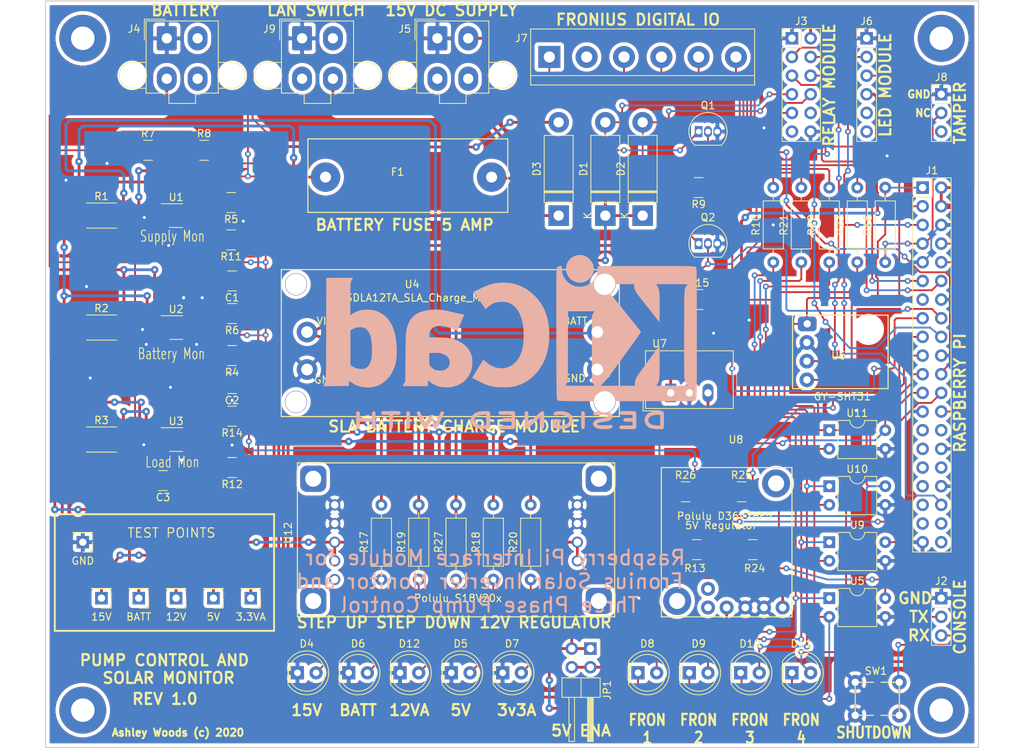
<source format=kicad_pcb>
(kicad_pcb (version 20171130) (host pcbnew "(5.1.6)-1")
  (layers (0 F.Cu signal) (31 B.Cu signal) (34 B.Paste user) (35 F.Paste user) (36 B.SilkS user) (37 F.SilkS user) (38 B.Mask user) (39 F.Mask user) (44 Edge.Cuts user))
  (net 0 "")
  (net 1 GND)
  (net 2 3v3)
  (net 3 BATTERY_SUPPLY)
  (net 4 PUMP_START_RELAY)
  (net 5 PUMP_STOP_RELAY)
  (net 6 "Net-(D3-Pad2)")
  (net 7 +15V)
  (net 8 5V)
  (net 9 +3.3VA)
  (net 10 FRONIUS_GND)
  (net 11 "Net-(D8-Pad2)")
  (net 12 "Net-(D9-Pad2)")
  (net 13 "Net-(D10-Pad2)")
  (net 14 "Net-(D11-Pad2)")
  (net 15 +12VA)
  (net 16 "Net-(F1-Pad2)")
  (net 17 SDA)
  (net 18 SCL)
  (net 19 TAMPER)
  (net 20 TXD)
  (net 21 RXD)
  (net 22 AC_Phase2_Present)
  (net 23 AC_Phase3_Present)
  (net 24 PUMP_START_PULSE)
  (net 25 PUMP_STOP_PULSE)
  (net 26 PUMP_RUNNING)
  (net 27 FRONIUS_3)
  (net 28 FRONIUS_2)
  (net 29 PUMP_FAULT)
  (net 30 FRONIUS_4)
  (net 31 FRONIUS_1)
  (net 32 SHUTDOWN)
  (net 33 AC_Phase1_Present)
  (net 34 BATTERY+)
  (net 35 FRONIUS_RAW_2)
  (net 36 FRONIUS_RAW_3)
  (net 37 FRONIUS_RAW_1)
  (net 38 FRONIUS_RAW_4)
  (net 39 "Net-(R3-Pad1)")
  (net 40 "Net-(R5-Pad2)")
  (net 41 "Net-(R6-Pad2)")
  (net 42 "Net-(R11-Pad2)")
  (net 43 "Net-(R12-Pad2)")
  (net 44 "Net-(D12-Pad2)")
  (net 45 "Net-(D5-Pad2)")
  (net 46 "Net-(D6-Pad2)")
  (net 47 "Net-(D4-Pad2)")
  (net 48 "Net-(D7-Pad2)")
  (net 49 "Net-(R1-Pad2)")
  (net 50 "Net-(JP1-Pad2)")
  (module "Aw_footprints:PCB Switch RS 479-1413" (layer F.Cu) (at 210.312 144.526 180)
    (fp_text reference SW1 (at -4.318 2.54 180) (layer F.SilkS))
    (fp_text value PCB_Switch_RS479-1413)
    (pad 4 thru_hole circle (at -1.5 -3.5 180) (size 2 2) (drill 1) (layers *.Cu *.Mask) (net 1 GND))
    (pad 3 thru_hole circle (at -1.5 1 180) (size 2 2) (drill 1) (layers *.Cu *.Mask) (net 1 GND))
    (pad 2 thru_hole circle (at -7.5 1 180) (size 2 2) (drill 1) (layers *.Cu *.Mask) (net 32 SHUTDOWN))
    (pad 1 thru_hole circle (at -7.5 -3.5 180) (size 2 2) (drill 1) (layers *.Cu *.Mask) (net 32 SHUTDOWN))
  )
  (module Aw_footprints:PinHeader_2x02_P2.54mm_Horizontal_DualConnected (layer F.Cu) (at 175.768 138.938 270)
    (fp_text reference JP1 (at 5.655 -2.27 90) (layer F.SilkS))
    (fp_text value "5V Enable Jumper")
    (pad 1 thru_hole rect (at 0 0 270) (size 1.7 1.7) (drill 1) (layers *.Cu *.Mask) (net 8 5V))
    (pad 2 thru_hole oval (at 2.54 0 270) (size 1.7 1.7) (drill 1) (layers *.Cu *.Mask) (net 50 "Net-(JP1-Pad2)"))
    (pad 1 thru_hole oval (at 0 2.54 270) (size 1.7 1.7) (drill 1) (layers *.Cu *.Mask) (net 8 5V))
    (pad 2 thru_hole oval (at 2.54 2.54 270) (size 1.7 1.7) (drill 1) (layers *.Cu *.Mask) (net 50 "Net-(JP1-Pad2)"))
  )
  (module MountingHole:MountingHole_3.2mm_M3_Pad (layer F.Cu) (at 106.68 147.32)
    (fp_text reference "" hide)
    (fp_text value MountingHole_3.2mm_M3_Pad)
    (pad 1 thru_hole circle (at 0 0) (size 6.4 6.4) (drill 3.2) (layers *.Cu *.Mask))
  )
  (module MountingHole:MountingHole_3.2mm_M3_Pad (layer F.Cu) (at 106.68 55.88)
    (fp_text reference "" (at 0 -4.2) (layer F.SilkS))
    (fp_text value MountingHole_3.2mm_M3_Pad)
    (pad 1 thru_hole circle (at 0 0) (size 6.4 6.4) (drill 3.2) (layers *.Cu *.Mask))
  )
  (module MountingHole:MountingHole_3.2mm_M3_Pad (layer F.Cu) (at 223.52 55.88)
    (fp_text reference "" (at 0 -4.2) (layer F.SilkS))
    (fp_text value MountingHole_3.2mm_M3_Pad)
    (pad 1 thru_hole circle (at 0 0) (size 6.4 6.4) (drill 3.2) (layers *.Cu *.Mask))
  )
  (module MountingHole:MountingHole_3.2mm_M3_Pad (layer F.Cu) (at 223.52 147.32)
    (fp_text reference "" (at 0 -4.2) (layer F.SilkS))
    (fp_text value MountingHole_3.2mm_M3_Pad)
    (pad 1 thru_hole circle (at 0 0) (size 6.4 6.4) (drill 3.2) (layers *.Cu *.Mask))
  )
  (module Symbol:KiCad-Logo2_20mm_SilkScreen (layer B.Cu) (at 164.846 95.25 180)
    (fp_text reference REF** hide)
    (fp_text value KiCad-Logo2_20mm_SilkScreen hide)
  )
  (module Aw_footprints:SDLA12TA_Module (layer F.Cu) (at 139.7 86.36)
    (fp_text reference U4 (at 11.8 3) (layer F.SilkS))
    (fp_text value SDLA12TA_SLA_Charge_Module (at 13.97 4.826) (layer F.SilkS))
    (fp_text user GND (at 33.9 15.8) (layer F.SilkS))
    (fp_text user BATT (at 34 8) (layer F.SilkS))
    (fp_text user GND (at 0 16) (layer F.SilkS))
    (fp_text user VIN (at 0 8) (layer F.SilkS))
    (pad "" thru_hole circle (at -4 19) (size 3 3) (drill 2.9) (layers *.Cu *.Mask))
    (pad 3 thru_hole circle (at 37 14.6) (size 2.8 2.8) (drill 1.6) (layers *.Cu *.Mask) (net 1 GND))
    (pad 4 thru_hole circle (at 37 9.5) (size 2.8 2.8) (drill 1.6) (layers *.Cu *.Mask) (net 49 "Net-(R1-Pad2)"))
    (pad 2 thru_hole circle (at -2.5 14.6) (size 2.8 2.8) (drill 1.6) (layers *.Cu *.Mask) (net 1 GND))
    (pad 1 thru_hole circle (at -2.5 9.5) (size 2.8 2.8) (drill 1.6) (layers *.Cu *.Mask) (net 7 +15V))
    (pad "" thru_hole circle (at 38 3) (size 3 3) (drill 2.9) (layers *.Cu *.Mask))
    (pad "" thru_hole circle (at 38 19) (size 3 3) (drill 2.9) (layers *.Cu *.Mask))
    (pad "" thru_hole circle (at -4 3) (size 3 3) (drill 2.9) (layers *.Cu *.Mask))
  )
  (module MountingHole:MountingHole_3.2mm_M3 (layer F.Cu) (at 213.614 95.504)
    (fp_text reference "" (at 0 -4.2) (layer F.SilkS))
    (fp_text value MountingHole_3.2mm_M3)
    (pad 1 np_thru_hole circle (at 0 0) (size 3.2 3.2) (drill 3.2) (layers *.Cu *.Mask))
  )
  (module Aw_footprints:Polulu_S18V20x_Regulators (layer F.Cu) (at 134.62 121.92 90)
    (fp_text reference U12 (at -1.27 0 90) (layer F.SilkS))
    (fp_text value Polulu_S18V20F12_Voltage_Regulator)
    (fp_text user "STEP UP STEP DOWN 12V REGULATOR" (at -13.462 22.606) (layer F.SilkS) (effects (font (size 1.5 1.5) (thickness 0.3))))
    (fp_text user "Polulu S18V20x" (at -10.16 23.114) (layer F.SilkS))
    (pad 9 thru_hole circle (at 2.54 39.37 90) (size 1.524 1.524) (drill 1.016) (layers *.Cu *.Mask) (net 1 GND))
    (pad 8 thru_hole circle (at 0 39.37 90) (size 1.524 1.524) (drill 1.016) (layers *.Cu *.Mask) (net 1 GND))
    (pad 7 thru_hole circle (at -2.54 39.37 90) (size 1.524 1.524) (drill 1.016) (layers *.Cu *.Mask) (net 15 +12VA))
    (pad 6 thru_hole circle (at -5.08 39.37 90) (size 1.524 1.524) (drill 1.016) (layers *.Cu *.Mask) (net 15 +12VA))
    (pad 5 thru_hole circle (at -7.62 6.35 90) (size 1.524 1.524) (drill 1.016) (layers *.Cu *.Mask))
    (pad 4 thru_hole circle (at -5.08 6.35 90) (size 1.524 1.524) (drill 1.016) (layers *.Cu *.Mask) (net 3 BATTERY_SUPPLY))
    (pad 3 thru_hole circle (at -2.54 6.35 90) (size 1.524 1.524) (drill 1.016) (layers *.Cu *.Mask) (net 3 BATTERY_SUPPLY))
    (pad 2 thru_hole circle (at 0 6.35 90) (size 1.524 1.524) (drill 1.016) (layers *.Cu *.Mask) (net 1 GND))
    (pad 1 thru_hole circle (at 2.54 6.35 90) (size 1.524 1.524) (drill 1.016) (layers *.Cu *.Mask) (net 1 GND))
    (pad "" thru_hole roundrect (at 6.096 42.291 90) (size 3.556 3.556) (drill 2.1844) (layers *.Cu *.Mask))
    (pad "" thru_hole roundrect (at -10.541 42.291 90) (size 3.556 3.556) (drill 2.1844) (layers *.Cu *.Mask))
    (pad "" thru_hole roundrect (at 6.096 3.429 90) (size 3.556 3.556) (drill 2.1844) (layers *.Cu *.Mask))
    (pad "" thru_hole roundrect (at -10.541 3.429 90) (size 3.556 3.556) (drill 2.1844) (layers *.Cu *.Mask))
  )
  (module Package_DIP:DIP-4_W7.62mm (layer F.Cu) (at 208.28 132.08)
    (fp_text reference U5 (at 3.81 -2.33) (layer F.SilkS))
    (fp_text value PC817)
    (pad 4 thru_hole oval (at 7.62 0) (size 1.6 1.6) (drill 0.8) (layers *.Cu *.Mask) (net 31 FRONIUS_1))
    (pad 2 thru_hole oval (at 0 2.54) (size 1.6 1.6) (drill 0.8) (layers *.Cu *.Mask) (net 10 FRONIUS_GND))
    (pad 3 thru_hole oval (at 7.62 2.54) (size 1.6 1.6) (drill 0.8) (layers *.Cu *.Mask) (net 1 GND))
    (pad 1 thru_hole rect (at 0 0) (size 1.6 1.6) (drill 0.8) (layers *.Cu *.Mask) (net 11 "Net-(D8-Pad2)"))
  )
  (module Connector_PinHeader_2.54mm:PinHeader_1x01_P2.54mm_Vertical (layer F.Cu) (at 124.46 132.08 180)
    (fp_text reference TP5 hide)
    (fp_text value "TP 5V")
    (pad 1 thru_hole rect (at 0 0 180) (size 1.7 1.7) (drill 1) (layers *.Cu *.Mask) (net 8 5V))
  )
  (module Connector_PinHeader_2.54mm:PinHeader_1x01_P2.54mm_Vertical (layer F.Cu) (at 129.54 132.08 180)
    (fp_text reference TP6 hide)
    (fp_text value "TP 3v3A")
    (pad 1 thru_hole rect (at 0 0 180) (size 1.7 1.7) (drill 1) (layers *.Cu *.Mask) (net 9 +3.3VA))
  )
  (module Connector_PinHeader_2.54mm:PinHeader_1x01_P2.54mm_Vertical (layer F.Cu) (at 119.38 132.08 180)
    (fp_text reference TP4 hide)
    (fp_text value "TP 12VA")
    (pad 1 thru_hole rect (at 0 0 180) (size 1.7 1.7) (drill 1) (layers *.Cu *.Mask) (net 15 +12VA))
  )
  (module Connector_PinHeader_2.54mm:PinHeader_1x01_P2.54mm_Vertical (layer F.Cu) (at 114.3 132.08 180)
    (fp_text reference TP3 hide)
    (fp_text value "TP Battery")
    (pad 1 thru_hole rect (at 0 0 180) (size 1.7 1.7) (drill 1) (layers *.Cu *.Mask) (net 34 BATTERY+))
  )
  (module Connector_PinHeader_2.54mm:PinHeader_1x01_P2.54mm_Vertical (layer F.Cu) (at 109.22 132.08 180)
    (fp_text reference TP2 hide)
    (fp_text value "TP 15V")
    (pad 1 thru_hole rect (at 0 0 180) (size 1.7 1.7) (drill 1) (layers *.Cu *.Mask) (net 6 "Net-(D3-Pad2)"))
  )
  (module Connector_PinHeader_2.54mm:PinHeader_1x01_P2.54mm_Vertical (layer F.Cu) (at 106.68 124.46 180)
    (fp_text reference TP1 hide)
    (fp_text value "TP GND")
    (pad 1 thru_hole rect (at 0 0 180) (size 1.7 1.7) (drill 1) (layers *.Cu *.Mask) (net 1 GND))
  )
  (module Aw_footprints:Polulu_D36V28F5_Regulator (layer F.Cu) (at 195.58 111.76)
    (fp_text reference U8 (at 0 -1.27) (layer F.SilkS))
    (fp_text value "Polulu D36V28F5 5V Regulator")
    (fp_text user "5V Regulator" (at -2.032 10.414) (layer F.SilkS))
    (fp_text user "Polulu D36V28F5" (at -1.524 9.144) (layer F.SilkS))
    (pad 1 thru_hole circle (at -3.81 19.05) (size 1.905 1.905) (drill 1.016) (layers *.Cu *.Mask))
    (pad 2 thru_hole circle (at -3.81 21.59) (size 1.905 1.905) (drill 1.016) (layers *.Cu *.Mask))
    (pad 3 thru_hole circle (at -1.27 21.59) (size 1.905 1.905) (drill 1.016) (layers *.Cu *.Mask) (net 39 "Net-(R3-Pad1)"))
    (pad 4 thru_hole circle (at 1.27 21.59) (size 1.905 1.905) (drill 1.016) (layers *.Cu *.Mask) (net 1 GND))
    (pad 5 thru_hole circle (at 3.81 21.59) (size 1.905 1.905) (drill 1.016) (layers *.Cu *.Mask) (net 1 GND))
    (pad 6 thru_hole circle (at 6.35 21.59) (size 1.905 1.905) (drill 1.016) (layers *.Cu *.Mask) (net 50 "Net-(JP1-Pad2)"))
    (pad "" thru_hole circle (at 5.461 4.699) (size 3.81 3.81) (drill 2.1844) (layers *.Cu *.Mask))
    (pad "" thru_hole circle (at -8.001 20.701) (size 3.81 3.81) (drill 2.1844) (layers *.Cu *.Mask))
  )
  (module "Aw_footprints:Wuth Electronik PCB TTH Fuse Holder" (layer F.Cu) (at 147.32 64.77 180)
    (fp_text reference F1 (at -2.2 -9.3) (layer F.SilkS))
    (fp_text value "Fuse 5 AMP")
    (pad 2 thru_hole circle (at 7.6 -10 180) (size 4 4) (drill 1.5) (layers *.Cu *.Mask) (net 16 "Net-(F1-Pad2)"))
    (pad 1 thru_hole circle (at -15 -10 180) (size 4 4) (drill 1.5) (layers *.Cu *.Mask) (net 3 BATTERY_SUPPLY))
  )
  (module Capacitor_SMD:C_1210_3225Metric_Pad1.42x2.65mm_HandSolder (layer F.Cu) (at 127 88.9 180)
    (fp_text reference C1 (at 0 -2.28) (layer F.SilkS))
    (fp_text value 0.1uF)
    (pad 2 smd roundrect (at 1.4875 0 180) (size 1.425 2.65) (layers F.Cu F.Paste F.Mask) (roundrect_rratio 0.175439) (net 2 3v3))
    (pad 1 smd roundrect (at -1.4875 0 180) (size 1.425 2.65) (layers F.Cu F.Paste F.Mask) (roundrect_rratio 0.175439) (net 1 GND))
  )
  (module Capacitor_SMD:C_1210_3225Metric_Pad1.42x2.65mm_HandSolder (layer F.Cu) (at 127 102.87 180)
    (fp_text reference C2 (at 0 -2.28) (layer F.SilkS))
    (fp_text value 0.1uF)
    (pad 2 smd roundrect (at 1.4875 0 180) (size 1.425 2.65) (layers F.Cu F.Paste F.Mask) (roundrect_rratio 0.175439) (net 2 3v3))
    (pad 1 smd roundrect (at -1.4875 0 180) (size 1.425 2.65) (layers F.Cu F.Paste F.Mask) (roundrect_rratio 0.175439) (net 1 GND))
  )
  (module Capacitor_SMD:C_1210_3225Metric_Pad1.42x2.65mm_HandSolder (layer F.Cu) (at 117.602 116.078 180)
    (fp_text reference C3 (at 0 -2.28) (layer F.SilkS))
    (fp_text value 0.1uF)
    (pad 2 smd roundrect (at 1.4875 0 180) (size 1.425 2.65) (layers F.Cu F.Paste F.Mask) (roundrect_rratio 0.175439) (net 2 3v3))
    (pad 1 smd roundrect (at -1.4875 0 180) (size 1.425 2.65) (layers F.Cu F.Paste F.Mask) (roundrect_rratio 0.175439) (net 1 GND))
  )
  (module Diode_THT:D_5W_P12.70mm_Horizontal (layer F.Cu) (at 177.8 80.01 90)
    (fp_text reference D1 (at 6.35 -2.97 90) (layer F.SilkS))
    (fp_text value "FLYBACK DIODE")
    (fp_text user K (at 0 -2.4 90) (layer F.SilkS))
    (pad 2 thru_hole oval (at 12.7 0 90) (size 2.8 2.8) (drill 1.4) (layers *.Cu *.Mask) (net 4 PUMP_START_RELAY))
    (pad 1 thru_hole rect (at 0 0 90) (size 2.8 2.8) (drill 1.4) (layers *.Cu *.Mask) (net 15 +12VA))
  )
  (module Diode_THT:D_5W_P12.70mm_Horizontal (layer F.Cu) (at 182.88 80.01 90)
    (fp_text reference D2 (at 6.35 -2.97 90) (layer F.SilkS))
    (fp_text value "FLYBACK DIODE")
    (fp_text user K (at 0 -2.4 90) (layer F.SilkS))
    (pad 2 thru_hole oval (at 12.7 0 90) (size 2.8 2.8) (drill 1.4) (layers *.Cu *.Mask) (net 5 PUMP_STOP_RELAY))
    (pad 1 thru_hole rect (at 0 0 90) (size 2.8 2.8) (drill 1.4) (layers *.Cu *.Mask) (net 15 +12VA))
  )
  (module Diode_THT:D_5W_P12.70mm_Horizontal (layer F.Cu) (at 171.45 80.01 90)
    (fp_text reference D3 (at 6.35 -2.97 90) (layer F.SilkS))
    (fp_text value "Polarity Protection")
    (pad 2 thru_hole oval (at 12.7 0 90) (size 2.8 2.8) (drill 1.4) (layers *.Cu *.Mask) (net 6 "Net-(D3-Pad2)"))
    (pad 1 thru_hole rect (at 0 0 90) (size 2.8 2.8) (drill 1.4) (layers *.Cu *.Mask) (net 7 +15V))
  )
  (module LED_THT:LED_D5.0mm (layer F.Cu) (at 135.89 142.24)
    (fp_text reference D4 (at 1.27 -3.96) (layer F.SilkS))
    (fp_text value "15V Present")
    (pad 2 thru_hole circle (at 2.54 0) (size 1.8 1.8) (drill 0.9) (layers *.Cu *.Mask) (net 47 "Net-(D4-Pad2)"))
    (pad 1 thru_hole rect (at 0 0) (size 1.8 1.8) (drill 0.9) (layers *.Cu *.Mask) (net 1 GND))
  )
  (module LED_THT:LED_D5.0mm (layer F.Cu) (at 156.845 142.24)
    (fp_text reference D5 (at 1.27 -3.96) (layer F.SilkS))
    (fp_text value "5V Present")
    (pad 2 thru_hole circle (at 2.54 0) (size 1.8 1.8) (drill 0.9) (layers *.Cu *.Mask) (net 45 "Net-(D5-Pad2)"))
    (pad 1 thru_hole rect (at 0 0) (size 1.8 1.8) (drill 0.9) (layers *.Cu *.Mask) (net 1 GND))
  )
  (module LED_THT:LED_D5.0mm (layer F.Cu) (at 142.875 142.24)
    (fp_text reference D6 (at 1.27 -3.96) (layer F.SilkS))
    (fp_text value "BATTERY Present")
    (pad 2 thru_hole circle (at 2.54 0) (size 1.8 1.8) (drill 0.9) (layers *.Cu *.Mask) (net 46 "Net-(D6-Pad2)"))
    (pad 1 thru_hole rect (at 0 0) (size 1.8 1.8) (drill 0.9) (layers *.Cu *.Mask) (net 1 GND))
  )
  (module LED_THT:LED_D5.0mm (layer F.Cu) (at 163.83 142.24)
    (fp_text reference D7 (at 1.27 -3.96) (layer F.SilkS))
    (fp_text value "3v3AUX Present")
    (pad 2 thru_hole circle (at 2.54 0) (size 1.8 1.8) (drill 0.9) (layers *.Cu *.Mask) (net 48 "Net-(D7-Pad2)"))
    (pad 1 thru_hole rect (at 0 0) (size 1.8 1.8) (drill 0.9) (layers *.Cu *.Mask) (net 1 GND))
  )
  (module LED_THT:LED_D5.0mm (layer F.Cu) (at 182.245 142.24)
    (fp_text reference D8 (at 1.27 -3.96) (layer F.SilkS))
    (fp_text value Fron1)
    (pad 2 thru_hole circle (at 2.54 0) (size 1.8 1.8) (drill 0.9) (layers *.Cu *.Mask) (net 11 "Net-(D8-Pad2)"))
    (pad 1 thru_hole rect (at 0 0) (size 1.8 1.8) (drill 0.9) (layers *.Cu *.Mask) (net 10 FRONIUS_GND))
  )
  (module LED_THT:LED_D5.0mm (layer F.Cu) (at 189.23 142.24)
    (fp_text reference D9 (at 1.27 -3.96) (layer F.SilkS))
    (fp_text value Fron2)
    (pad 2 thru_hole circle (at 2.54 0) (size 1.8 1.8) (drill 0.9) (layers *.Cu *.Mask) (net 12 "Net-(D9-Pad2)"))
    (pad 1 thru_hole rect (at 0 0) (size 1.8 1.8) (drill 0.9) (layers *.Cu *.Mask) (net 10 FRONIUS_GND))
  )
  (module LED_THT:LED_D5.0mm (layer F.Cu) (at 196.215 142.24)
    (fp_text reference D10 (at 1.27 -3.96) (layer F.SilkS))
    (fp_text value Fron3)
    (pad 2 thru_hole circle (at 2.54 0) (size 1.8 1.8) (drill 0.9) (layers *.Cu *.Mask) (net 13 "Net-(D10-Pad2)"))
    (pad 1 thru_hole rect (at 0 0) (size 1.8 1.8) (drill 0.9) (layers *.Cu *.Mask) (net 10 FRONIUS_GND))
  )
  (module LED_THT:LED_D5.0mm (layer F.Cu) (at 203.2 142.24)
    (fp_text reference D11 (at 1.27 -3.96) (layer F.SilkS))
    (fp_text value Fron4)
    (pad 2 thru_hole circle (at 2.54 0) (size 1.8 1.8) (drill 0.9) (layers *.Cu *.Mask) (net 14 "Net-(D11-Pad2)"))
    (pad 1 thru_hole rect (at 0 0) (size 1.8 1.8) (drill 0.9) (layers *.Cu *.Mask) (net 10 FRONIUS_GND))
  )
  (module LED_THT:LED_D5.0mm (layer F.Cu) (at 149.86 142.24)
    (fp_text reference D12 (at 1.27 -3.96) (layer F.SilkS))
    (fp_text value "12VA Supply")
    (pad 2 thru_hole circle (at 2.54 0) (size 1.8 1.8) (drill 0.9) (layers *.Cu *.Mask) (net 44 "Net-(D12-Pad2)"))
    (pad 1 thru_hole rect (at 0 0) (size 1.8 1.8) (drill 0.9) (layers *.Cu *.Mask) (net 1 GND))
  )
  (module Connector_PinHeader_2.54mm:PinHeader_2x20_P2.54mm_Vertical (layer F.Cu) (at 220.98 76.2)
    (fp_text reference J1 (at 1.27 -2.33) (layer F.SilkS))
    (fp_text value Raspberry_Pi_2_3)
    (pad 40 thru_hole oval (at 2.54 48.26) (size 1.7 1.7) (drill 1) (layers *.Cu *.Mask))
    (pad 39 thru_hole oval (at 0 48.26) (size 1.7 1.7) (drill 1) (layers *.Cu *.Mask) (net 1 GND))
    (pad 38 thru_hole oval (at 2.54 45.72) (size 1.7 1.7) (drill 1) (layers *.Cu *.Mask))
    (pad 37 thru_hole oval (at 0 45.72) (size 1.7 1.7) (drill 1) (layers *.Cu *.Mask))
    (pad 36 thru_hole oval (at 2.54 43.18) (size 1.7 1.7) (drill 1) (layers *.Cu *.Mask) (net 33 AC_Phase1_Present))
    (pad 35 thru_hole oval (at 0 43.18) (size 1.7 1.7) (drill 1) (layers *.Cu *.Mask))
    (pad 34 thru_hole oval (at 2.54 40.64) (size 1.7 1.7) (drill 1) (layers *.Cu *.Mask) (net 1 GND))
    (pad 33 thru_hole oval (at 0 40.64) (size 1.7 1.7) (drill 1) (layers *.Cu *.Mask))
    (pad 32 thru_hole oval (at 2.54 38.1) (size 1.7 1.7) (drill 1) (layers *.Cu *.Mask))
    (pad 31 thru_hole oval (at 0 38.1) (size 1.7 1.7) (drill 1) (layers *.Cu *.Mask))
    (pad 30 thru_hole oval (at 2.54 35.56) (size 1.7 1.7) (drill 1) (layers *.Cu *.Mask) (net 1 GND))
    (pad 29 thru_hole oval (at 0 35.56) (size 1.7 1.7) (drill 1) (layers *.Cu *.Mask))
    (pad 28 thru_hole oval (at 2.54 33.02) (size 1.7 1.7) (drill 1) (layers *.Cu *.Mask))
    (pad 27 thru_hole oval (at 0 33.02) (size 1.7 1.7) (drill 1) (layers *.Cu *.Mask))
    (pad 26 thru_hole oval (at 2.54 30.48) (size 1.7 1.7) (drill 1) (layers *.Cu *.Mask) (net 32 SHUTDOWN))
    (pad 25 thru_hole oval (at 0 30.48) (size 1.7 1.7) (drill 1) (layers *.Cu *.Mask) (net 1 GND))
    (pad 24 thru_hole oval (at 2.54 27.94) (size 1.7 1.7) (drill 1) (layers *.Cu *.Mask) (net 31 FRONIUS_1))
    (pad 23 thru_hole oval (at 0 27.94) (size 1.7 1.7) (drill 1) (layers *.Cu *.Mask) (net 30 FRONIUS_4))
    (pad 22 thru_hole oval (at 2.54 25.4) (size 1.7 1.7) (drill 1) (layers *.Cu *.Mask) (net 29 PUMP_FAULT))
    (pad 21 thru_hole oval (at 0 25.4) (size 1.7 1.7) (drill 1) (layers *.Cu *.Mask) (net 28 FRONIUS_2))
    (pad 20 thru_hole oval (at 2.54 22.86) (size 1.7 1.7) (drill 1) (layers *.Cu *.Mask) (net 1 GND))
    (pad 19 thru_hole oval (at 0 22.86) (size 1.7 1.7) (drill 1) (layers *.Cu *.Mask) (net 27 FRONIUS_3))
    (pad 18 thru_hole oval (at 2.54 20.32) (size 1.7 1.7) (drill 1) (layers *.Cu *.Mask) (net 26 PUMP_RUNNING))
    (pad 17 thru_hole oval (at 0 20.32) (size 1.7 1.7) (drill 1) (layers *.Cu *.Mask) (net 2 3v3))
    (pad 16 thru_hole oval (at 2.54 17.78) (size 1.7 1.7) (drill 1) (layers *.Cu *.Mask) (net 25 PUMP_STOP_PULSE))
    (pad 15 thru_hole oval (at 0 17.78) (size 1.7 1.7) (drill 1) (layers *.Cu *.Mask) (net 24 PUMP_START_PULSE))
    (pad 14 thru_hole oval (at 2.54 15.24) (size 1.7 1.7) (drill 1) (layers *.Cu *.Mask) (net 1 GND))
    (pad 13 thru_hole oval (at 0 15.24) (size 1.7 1.7) (drill 1) (layers *.Cu *.Mask))
    (pad 12 thru_hole oval (at 2.54 12.7) (size 1.7 1.7) (drill 1) (layers *.Cu *.Mask) (net 23 AC_Phase3_Present))
    (pad 11 thru_hole oval (at 0 12.7) (size 1.7 1.7) (drill 1) (layers *.Cu *.Mask) (net 22 AC_Phase2_Present))
    (pad 10 thru_hole oval (at 2.54 10.16) (size 1.7 1.7) (drill 1) (layers *.Cu *.Mask) (net 21 RXD))
    (pad 9 thru_hole oval (at 0 10.16) (size 1.7 1.7) (drill 1) (layers *.Cu *.Mask) (net 1 GND))
    (pad 8 thru_hole oval (at 2.54 7.62) (size 1.7 1.7) (drill 1) (layers *.Cu *.Mask) (net 20 TXD))
    (pad 7 thru_hole oval (at 0 7.62) (size 1.7 1.7) (drill 1) (layers *.Cu *.Mask) (net 19 TAMPER))
    (pad 6 thru_hole oval (at 2.54 5.08) (size 1.7 1.7) (drill 1) (layers *.Cu *.Mask) (net 1 GND))
    (pad 5 thru_hole oval (at 0 5.08) (size 1.7 1.7) (drill 1) (layers *.Cu *.Mask) (net 18 SCL))
    (pad 4 thru_hole oval (at 2.54 2.54) (size 1.7 1.7) (drill 1) (layers *.Cu *.Mask) (net 8 5V))
    (pad 3 thru_hole oval (at 0 2.54) (size 1.7 1.7) (drill 1) (layers *.Cu *.Mask) (net 17 SDA))
    (pad 2 thru_hole oval (at 2.54 0) (size 1.7 1.7) (drill 1) (layers *.Cu *.Mask) (net 8 5V))
    (pad 1 thru_hole rect (at 0 0) (size 1.7 1.7) (drill 1) (layers *.Cu *.Mask) (net 2 3v3))
  )
  (module Connector_PinHeader_2.54mm:PinHeader_1x03_P2.54mm_Vertical (layer F.Cu) (at 223.52 132.08)
    (fp_text reference J2 (at 0 -2.33) (layer F.SilkS))
    (fp_text value "Serial Console Connector")
    (pad 3 thru_hole oval (at 0 5.08) (size 1.7 1.7) (drill 1) (layers *.Cu *.Mask) (net 21 RXD))
    (pad 2 thru_hole oval (at 0 2.54) (size 1.7 1.7) (drill 1) (layers *.Cu *.Mask) (net 20 TXD))
    (pad 1 thru_hole rect (at 0 0) (size 1.7 1.7) (drill 1) (layers *.Cu *.Mask) (net 1 GND))
  )
  (module Connector_PinHeader_2.54mm:PinHeader_2x06_P2.54mm_Vertical (layer F.Cu) (at 203.2 55.88)
    (fp_text reference J3 (at 1.27 -2.33) (layer F.SilkS))
    (fp_text value "Switch Module Connector")
    (pad 12 thru_hole oval (at 2.54 12.7) (size 1.7 1.7) (drill 1) (layers *.Cu *.Mask) (net 1 GND))
    (pad 11 thru_hole oval (at 0 12.7) (size 1.7 1.7) (drill 1) (layers *.Cu *.Mask))
    (pad 10 thru_hole oval (at 2.54 10.16) (size 1.7 1.7) (drill 1) (layers *.Cu *.Mask))
    (pad 9 thru_hole oval (at 0 10.16) (size 1.7 1.7) (drill 1) (layers *.Cu *.Mask) (net 29 PUMP_FAULT))
    (pad 8 thru_hole oval (at 2.54 7.62) (size 1.7 1.7) (drill 1) (layers *.Cu *.Mask) (net 5 PUMP_STOP_RELAY))
    (pad 7 thru_hole oval (at 0 7.62) (size 1.7 1.7) (drill 1) (layers *.Cu *.Mask) (net 4 PUMP_START_RELAY))
    (pad 6 thru_hole oval (at 2.54 5.08) (size 1.7 1.7) (drill 1) (layers *.Cu *.Mask) (net 26 PUMP_RUNNING))
    (pad 5 thru_hole oval (at 0 5.08) (size 1.7 1.7) (drill 1) (layers *.Cu *.Mask) (net 23 AC_Phase3_Present))
    (pad 4 thru_hole oval (at 2.54 2.54) (size 1.7 1.7) (drill 1) (layers *.Cu *.Mask) (net 22 AC_Phase2_Present))
    (pad 3 thru_hole oval (at 0 2.54) (size 1.7 1.7) (drill 1) (layers *.Cu *.Mask) (net 33 AC_Phase1_Present))
    (pad 2 thru_hole oval (at 2.54 0) (size 1.7 1.7) (drill 1) (layers *.Cu *.Mask) (net 15 +12VA))
    (pad 1 thru_hole rect (at 0 0) (size 1.7 1.7) (drill 1) (layers *.Cu *.Mask) (net 1 GND))
  )
  (module Connector_Molex:Molex_Mini-Fit_Jr_5566-04A2_2x02_P4.20mm_Vertical (layer F.Cu) (at 118.11 55.88)
    (fp_text reference J4 (at -4.445 -1.27) (layer F.SilkS))
    (fp_text value "Battery Connector")
    (pad "" np_thru_hole circle (at 8.9 5.04) (size 3 3) (drill 3) (layers *.Cu *.Mask))
    (pad "" np_thru_hole circle (at -4.7 5.04) (size 3 3) (drill 3) (layers *.Cu *.Mask))
    (pad 4 thru_hole oval (at 4.2 5.5) (size 2.7 3.3) (drill 1.4) (layers *.Cu *.Mask))
    (pad 3 thru_hole oval (at 0 5.5) (size 2.7 3.3) (drill 1.4) (layers *.Cu *.Mask) (net 34 BATTERY+))
    (pad 2 thru_hole oval (at 4.2 0) (size 2.7 3.3) (drill 1.4) (layers *.Cu *.Mask))
    (pad 1 thru_hole roundrect (at 0 0) (size 2.7 3.3) (drill 1.4) (layers *.Cu *.Mask) (roundrect_rratio 0.09259299999999999) (net 1 GND))
  )
  (module Connector_Molex:Molex_Mini-Fit_Jr_5566-04A2_2x02_P4.20mm_Vertical (layer F.Cu) (at 154.94 55.88)
    (fp_text reference J5 (at -4.445 -1.27) (layer F.SilkS))
    (fp_text value "DC Power Supply Conector")
    (pad "" np_thru_hole circle (at 8.9 5.04) (size 3 3) (drill 3) (layers *.Cu *.Mask))
    (pad "" np_thru_hole circle (at -4.7 5.04) (size 3 3) (drill 3) (layers *.Cu *.Mask))
    (pad 4 thru_hole oval (at 4.2 5.5) (size 2.7 3.3) (drill 1.4) (layers *.Cu *.Mask))
    (pad 3 thru_hole oval (at 0 5.5) (size 2.7 3.3) (drill 1.4) (layers *.Cu *.Mask))
    (pad 2 thru_hole oval (at 4.2 0) (size 2.7 3.3) (drill 1.4) (layers *.Cu *.Mask) (net 6 "Net-(D3-Pad2)"))
    (pad 1 thru_hole roundrect (at 0 0) (size 2.7 3.3) (drill 1.4) (layers *.Cu *.Mask) (roundrect_rratio 0.09259299999999999) (net 1 GND))
  )
  (module Connector_PinHeader_2.54mm:PinHeader_1x06_P2.54mm_Vertical (layer F.Cu) (at 213.36 55.88)
    (fp_text reference J6 (at 0 -2.33) (layer F.SilkS))
    (fp_text value "LED Module Connector")
    (pad 6 thru_hole oval (at 0 12.7) (size 1.7 1.7) (drill 1) (layers *.Cu *.Mask))
    (pad 5 thru_hole oval (at 0 10.16) (size 1.7 1.7) (drill 1) (layers *.Cu *.Mask))
    (pad 4 thru_hole oval (at 0 7.62) (size 1.7 1.7) (drill 1) (layers *.Cu *.Mask) (net 9 +3.3VA))
    (pad 3 thru_hole oval (at 0 5.08) (size 1.7 1.7) (drill 1) (layers *.Cu *.Mask) (net 17 SDA))
    (pad 2 thru_hole oval (at 0 2.54) (size 1.7 1.7) (drill 1) (layers *.Cu *.Mask) (net 18 SCL))
    (pad 1 thru_hole rect (at 0 0) (size 1.7 1.7) (drill 1) (layers *.Cu *.Mask) (net 1 GND))
  )
  (module TerminalBlock:TerminalBlock_bornier-6_P5.08mm (layer F.Cu) (at 170.18 58.42)
    (fp_text reference J7 (at -3.81 -2.54) (layer F.SilkS))
    (fp_text value "Plug in Screw_Terminal")
    (pad 6 thru_hole circle (at 25.4 0) (size 3 3) (drill 1.52) (layers *.Cu *.Mask) (net 38 FRONIUS_RAW_4))
    (pad 5 thru_hole circle (at 20.32 0) (size 3 3) (drill 1.52) (layers *.Cu *.Mask) (net 36 FRONIUS_RAW_3))
    (pad 4 thru_hole circle (at 15.24 0) (size 3 3) (drill 1.52) (layers *.Cu *.Mask) (net 35 FRONIUS_RAW_2))
    (pad 1 thru_hole rect (at 0 0) (size 3 3) (drill 1.52) (layers *.Cu *.Mask) (net 10 FRONIUS_GND))
    (pad 3 thru_hole circle (at 10.16 0) (size 3 3) (drill 1.52) (layers *.Cu *.Mask) (net 37 FRONIUS_RAW_1))
    (pad 2 thru_hole circle (at 5.08 0) (size 3 3) (drill 1.52) (layers *.Cu *.Mask))
  )
  (module Connector_PinHeader_2.54mm:PinHeader_1x03_P2.54mm_Vertical (layer F.Cu) (at 223.52 63.5)
    (fp_text reference J8 (at 0 -2.33) (layer F.SilkS))
    (fp_text value "Tamper Switch Connector")
    (pad 3 thru_hole oval (at 0 5.08) (size 1.7 1.7) (drill 1) (layers *.Cu *.Mask))
    (pad 2 thru_hole oval (at 0 2.54) (size 1.7 1.7) (drill 1) (layers *.Cu *.Mask) (net 19 TAMPER))
    (pad 1 thru_hole rect (at 0 0) (size 1.7 1.7) (drill 1) (layers *.Cu *.Mask) (net 1 GND))
  )
  (module Connector_Molex:Molex_Mini-Fit_Jr_5566-04A2_2x02_P4.20mm_Vertical (layer F.Cu) (at 136.525 55.88)
    (fp_text reference J9 (at -4.445 -1.27) (layer F.SilkS))
    (fp_text value "Netgear Power")
    (pad "" np_thru_hole circle (at 8.9 5.04) (size 3 3) (drill 3) (layers *.Cu *.Mask))
    (pad "" np_thru_hole circle (at -4.7 5.04) (size 3 3) (drill 3) (layers *.Cu *.Mask))
    (pad 4 thru_hole oval (at 4.2 5.5) (size 2.7 3.3) (drill 1.4) (layers *.Cu *.Mask) (net 15 +12VA))
    (pad 3 thru_hole oval (at 0 5.5) (size 2.7 3.3) (drill 1.4) (layers *.Cu *.Mask))
    (pad 2 thru_hole oval (at 4.2 0) (size 2.7 3.3) (drill 1.4) (layers *.Cu *.Mask))
    (pad 1 thru_hole roundrect (at 0 0) (size 2.7 3.3) (drill 1.4) (layers *.Cu *.Mask) (roundrect_rratio 0.09259299999999999) (net 1 GND))
  )
  (module Package_TO_SOT_THT:TO-92_Inline (layer F.Cu) (at 190.5 68.58)
    (fp_text reference Q1 (at 1.27 -3.56) (layer F.SilkS))
    (fp_text value BS170)
    (pad 1 thru_hole rect (at 0 0) (size 1.05 1.5) (drill 0.75) (layers *.Cu *.Mask) (net 4 PUMP_START_RELAY))
    (pad 3 thru_hole oval (at 2.54 0) (size 1.05 1.5) (drill 0.75) (layers *.Cu *.Mask) (net 1 GND))
    (pad 2 thru_hole oval (at 1.27 0) (size 1.05 1.5) (drill 0.75) (layers *.Cu *.Mask) (net 24 PUMP_START_PULSE))
  )
  (module Package_TO_SOT_THT:TO-92_Inline (layer F.Cu) (at 190.5 83.82)
    (fp_text reference Q2 (at 1.27 -3.56) (layer F.SilkS))
    (fp_text value BS170)
    (pad 1 thru_hole rect (at 0 0) (size 1.05 1.5) (drill 0.75) (layers *.Cu *.Mask) (net 5 PUMP_STOP_RELAY))
    (pad 3 thru_hole oval (at 2.54 0) (size 1.05 1.5) (drill 0.75) (layers *.Cu *.Mask) (net 1 GND))
    (pad 2 thru_hole oval (at 1.27 0) (size 1.05 1.5) (drill 0.75) (layers *.Cu *.Mask) (net 25 PUMP_STOP_PULSE))
  )
  (module Resistor_SMD:R_2512_6332Metric_Pad1.52x3.35mm_HandSolder (layer F.Cu) (at 109.22 95.25)
    (fp_text reference R2 (at 0 -2.62) (layer F.SilkS))
    (fp_text value 0.1R)
    (pad 2 smd roundrect (at 2.9875 0) (size 1.525 3.35) (layers F.Cu F.Paste F.Mask) (roundrect_rratio 0.163934) (net 34 BATTERY+))
    (pad 1 smd roundrect (at -2.9875 0) (size 1.525 3.35) (layers F.Cu F.Paste F.Mask) (roundrect_rratio 0.163934) (net 16 "Net-(F1-Pad2)"))
  )
  (module Resistor_SMD:R_2512_6332Metric_Pad1.52x3.35mm_HandSolder (layer F.Cu) (at 109.22 80.01)
    (fp_text reference R1 (at 0 -2.62) (layer F.SilkS))
    (fp_text value 0.1R)
    (pad 2 smd roundrect (at 2.9875 0) (size 1.525 3.35) (layers F.Cu F.Paste F.Mask) (roundrect_rratio 0.163934) (net 49 "Net-(R1-Pad2)"))
    (pad 1 smd roundrect (at -2.9875 0) (size 1.525 3.35) (layers F.Cu F.Paste F.Mask) (roundrect_rratio 0.163934) (net 16 "Net-(F1-Pad2)"))
  )
  (module Resistor_SMD:R_2512_6332Metric_Pad1.52x3.35mm_HandSolder (layer F.Cu) (at 109.22 110.49)
    (fp_text reference R3 (at 0 -2.62) (layer F.SilkS))
    (fp_text value 0.1R)
    (pad 2 smd roundrect (at 2.9875 0) (size 1.525 3.35) (layers F.Cu F.Paste F.Mask) (roundrect_rratio 0.163934) (net 3 BATTERY_SUPPLY))
    (pad 1 smd roundrect (at -2.9875 0) (size 1.525 3.35) (layers F.Cu F.Paste F.Mask) (roundrect_rratio 0.163934) (net 39 "Net-(R3-Pad1)"))
  )
  (module Resistor_SMD:R_1210_3225Metric_Pad1.42x2.65mm_HandSolder (layer F.Cu) (at 127 99.06 180)
    (fp_text reference R4 (at 0 -2.28) (layer F.SilkS))
    (fp_text value 10K)
    (pad 2 smd roundrect (at 1.4875 0 180) (size 1.425 2.65) (layers F.Cu F.Paste F.Mask) (roundrect_rratio 0.175439) (net 2 3v3))
    (pad 1 smd roundrect (at -1.4875 0 180) (size 1.425 2.65) (layers F.Cu F.Paste F.Mask) (roundrect_rratio 0.175439) (net 1 GND))
  )
  (module Resistor_SMD:R_1210_3225Metric_Pad1.42x2.65mm_HandSolder (layer F.Cu) (at 126.873 78.232 180)
    (fp_text reference R5 (at 0 -2.28) (layer F.SilkS))
    (fp_text value 10K)
    (pad 2 smd roundrect (at 1.4875 0 180) (size 1.425 2.65) (layers F.Cu F.Paste F.Mask) (roundrect_rratio 0.175439) (net 40 "Net-(R5-Pad2)"))
    (pad 1 smd roundrect (at -1.4875 0 180) (size 1.425 2.65) (layers F.Cu F.Paste F.Mask) (roundrect_rratio 0.175439) (net 1 GND))
  )
  (module Resistor_SMD:R_1210_3225Metric_Pad1.42x2.65mm_HandSolder (layer F.Cu) (at 127 93.345 180)
    (fp_text reference R6 (at 0 -2.28) (layer F.SilkS))
    (fp_text value 10K)
    (pad 2 smd roundrect (at 1.4875 0 180) (size 1.425 2.65) (layers F.Cu F.Paste F.Mask) (roundrect_rratio 0.175439) (net 41 "Net-(R6-Pad2)"))
    (pad 1 smd roundrect (at -1.4875 0 180) (size 1.425 2.65) (layers F.Cu F.Paste F.Mask) (roundrect_rratio 0.175439) (net 1 GND))
  )
  (module Resistor_SMD:R_1210_3225Metric_Pad1.42x2.65mm_HandSolder (layer F.Cu) (at 115.57 71.12)
    (fp_text reference R7 (at 0 -2.28) (layer F.SilkS))
    (fp_text value 10K)
    (pad 2 smd roundrect (at 1.4875 0) (size 1.425 2.65) (layers F.Cu F.Paste F.Mask) (roundrect_rratio 0.175439) (net 17 SDA))
    (pad 1 smd roundrect (at -1.4875 0) (size 1.425 2.65) (layers F.Cu F.Paste F.Mask) (roundrect_rratio 0.175439) (net 2 3v3))
  )
  (module Resistor_SMD:R_1210_3225Metric_Pad1.42x2.65mm_HandSolder (layer F.Cu) (at 123.19 71.12)
    (fp_text reference R8 (at 0 -2.28) (layer F.SilkS))
    (fp_text value 10K)
    (pad 2 smd roundrect (at 1.4875 0) (size 1.425 2.65) (layers F.Cu F.Paste F.Mask) (roundrect_rratio 0.175439) (net 18 SCL))
    (pad 1 smd roundrect (at -1.4875 0) (size 1.425 2.65) (layers F.Cu F.Paste F.Mask) (roundrect_rratio 0.175439) (net 2 3v3))
  )
  (module Resistor_SMD:R_1210_3225Metric_Pad1.42x2.65mm_HandSolder (layer F.Cu) (at 190.5 76.2 180)
    (fp_text reference R9 (at 0 -2.28) (layer F.SilkS))
    (fp_text value 10K)
    (pad 2 smd roundrect (at 1.4875 0 180) (size 1.425 2.65) (layers F.Cu F.Paste F.Mask) (roundrect_rratio 0.175439) (net 24 PUMP_START_PULSE))
    (pad 1 smd roundrect (at -1.4875 0 180) (size 1.425 2.65) (layers F.Cu F.Paste F.Mask) (roundrect_rratio 0.175439) (net 1 GND))
  )
  (module Resistor_THT:R_Axial_DIN0207_L6.3mm_D2.5mm_P10.16mm_Horizontal (layer F.Cu) (at 200.66 86.36 90)
    (fp_text reference R10 (at 5.08 -2.37 90) (layer F.SilkS))
    (fp_text value 540R)
    (pad 2 thru_hole oval (at 10.16 0 90) (size 1.6 1.6) (drill 0.8) (layers *.Cu *.Mask) (net 37 FRONIUS_RAW_1))
    (pad 1 thru_hole circle (at 0 0 90) (size 1.6 1.6) (drill 0.8) (layers *.Cu *.Mask) (net 11 "Net-(D8-Pad2)"))
  )
  (module Resistor_SMD:R_1210_3225Metric_Pad1.42x2.65mm_HandSolder (layer F.Cu) (at 126.873 83.312 180)
    (fp_text reference R11 (at 0 -2.28) (layer F.SilkS))
    (fp_text value 10K)
    (pad 2 smd roundrect (at 1.4875 0 180) (size 1.425 2.65) (layers F.Cu F.Paste F.Mask) (roundrect_rratio 0.175439) (net 42 "Net-(R11-Pad2)"))
    (pad 1 smd roundrect (at -1.4875 0 180) (size 1.425 2.65) (layers F.Cu F.Paste F.Mask) (roundrect_rratio 0.175439) (net 1 GND))
  )
  (module Resistor_SMD:R_1210_3225Metric_Pad1.42x2.65mm_HandSolder (layer F.Cu) (at 127 114.3 180)
    (fp_text reference R12 (at 0 -2.28) (layer F.SilkS))
    (fp_text value 10K)
    (pad 2 smd roundrect (at 1.4875 0 180) (size 1.425 2.65) (layers F.Cu F.Paste F.Mask) (roundrect_rratio 0.175439) (net 43 "Net-(R12-Pad2)"))
    (pad 1 smd roundrect (at -1.4875 0 180) (size 1.425 2.65) (layers F.Cu F.Paste F.Mask) (roundrect_rratio 0.175439) (net 1 GND))
  )
  (module Resistor_SMD:R_1210_3225Metric_Pad1.42x2.65mm_HandSolder (layer F.Cu) (at 190.246 125.476)
    (fp_text reference R13 (at -0.254 2.54) (layer F.SilkS))
    (fp_text value 10K)
    (pad 2 smd roundrect (at 1.4875 0) (size 1.425 2.65) (layers F.Cu F.Paste F.Mask) (roundrect_rratio 0.175439) (net 2 3v3))
    (pad 1 smd roundrect (at -1.4875 0) (size 1.425 2.65) (layers F.Cu F.Paste F.Mask) (roundrect_rratio 0.175439) (net 31 FRONIUS_1))
  )
  (module Resistor_SMD:R_1210_3225Metric_Pad1.42x2.65mm_HandSolder (layer F.Cu) (at 127 107.315 180)
    (fp_text reference R14 (at 0 -2.28) (layer F.SilkS))
    (fp_text value 10K)
    (pad 2 smd roundrect (at 1.4875 0 180) (size 1.425 2.65) (layers F.Cu F.Paste F.Mask) (roundrect_rratio 0.175439) (net 2 3v3))
    (pad 1 smd roundrect (at -1.4875 0 180) (size 1.425 2.65) (layers F.Cu F.Paste F.Mask) (roundrect_rratio 0.175439) (net 1 GND))
  )
  (module Resistor_SMD:R_1210_3225Metric_Pad1.42x2.65mm_HandSolder (layer F.Cu) (at 190.5 91.44)
    (fp_text reference R15 (at 0 -2.28) (layer F.SilkS))
    (fp_text value 10K)
    (pad 2 smd roundrect (at 1.4875 0) (size 1.425 2.65) (layers F.Cu F.Paste F.Mask) (roundrect_rratio 0.175439) (net 1 GND))
    (pad 1 smd roundrect (at -1.4875 0) (size 1.425 2.65) (layers F.Cu F.Paste F.Mask) (roundrect_rratio 0.175439) (net 25 PUMP_STOP_PULSE))
  )
  (module Resistor_THT:R_Axial_DIN0207_L6.3mm_D2.5mm_P10.16mm_Horizontal (layer F.Cu) (at 215.9 86.36 90)
    (fp_text reference R16 (at 5.08 -2.37 90) (layer F.SilkS))
    (fp_text value 10K)
    (pad 2 thru_hole oval (at 10.16 0 90) (size 1.6 1.6) (drill 0.8) (layers *.Cu *.Mask) (net 2 3v3))
    (pad 1 thru_hole circle (at 0 0 90) (size 1.6 1.6) (drill 0.8) (layers *.Cu *.Mask) (net 19 TAMPER))
  )
  (module Resistor_THT:R_Axial_DIN0207_L6.3mm_D2.5mm_P10.16mm_Horizontal (layer F.Cu) (at 147.32 129.54 90)
    (fp_text reference R17 (at 5.08 -2.37 90) (layer F.SilkS))
    (fp_text value 1K)
    (pad 2 thru_hole oval (at 10.16 0 90) (size 1.6 1.6) (drill 0.8) (layers *.Cu *.Mask) (net 7 +15V))
    (pad 1 thru_hole circle (at 0 0 90) (size 1.6 1.6) (drill 0.8) (layers *.Cu *.Mask) (net 47 "Net-(D4-Pad2)"))
  )
  (module Resistor_THT:R_Axial_DIN0207_L6.3mm_D2.5mm_P10.16mm_Horizontal (layer F.Cu) (at 162.56 129.54 90)
    (fp_text reference R18 (at 5.08 -2.37 90) (layer F.SilkS))
    (fp_text value 220R)
    (pad 2 thru_hole oval (at 10.16 0 90) (size 1.6 1.6) (drill 0.8) (layers *.Cu *.Mask) (net 8 5V))
    (pad 1 thru_hole circle (at 0 0 90) (size 1.6 1.6) (drill 0.8) (layers *.Cu *.Mask) (net 45 "Net-(D5-Pad2)"))
  )
  (module Resistor_THT:R_Axial_DIN0207_L6.3mm_D2.5mm_P10.16mm_Horizontal (layer F.Cu) (at 152.4 129.54 90)
    (fp_text reference R19 (at 5.08 -2.37 90) (layer F.SilkS))
    (fp_text value 820R)
    (pad 2 thru_hole oval (at 10.16 0 90) (size 1.6 1.6) (drill 0.8) (layers *.Cu *.Mask) (net 3 BATTERY_SUPPLY))
    (pad 1 thru_hole circle (at 0 0 90) (size 1.6 1.6) (drill 0.8) (layers *.Cu *.Mask) (net 46 "Net-(D6-Pad2)"))
  )
  (module Resistor_THT:R_Axial_DIN0207_L6.3mm_D2.5mm_P10.16mm_Horizontal (layer F.Cu) (at 167.64 129.54 90)
    (fp_text reference R20 (at 5.08 -2.37 90) (layer F.SilkS))
    (fp_text value 1K)
    (pad 2 thru_hole oval (at 10.16 0 90) (size 1.6 1.6) (drill 0.8) (layers *.Cu *.Mask) (net 9 +3.3VA))
    (pad 1 thru_hole circle (at 0 0 90) (size 1.6 1.6) (drill 0.8) (layers *.Cu *.Mask) (net 48 "Net-(D7-Pad2)"))
  )
  (module Resistor_THT:R_Axial_DIN0207_L6.3mm_D2.5mm_P10.16mm_Horizontal (layer F.Cu) (at 204.47 86.36 90)
    (fp_text reference R21 (at 5.08 -2.37 90) (layer F.SilkS))
    (fp_text value 540R)
    (pad 2 thru_hole oval (at 10.16 0 90) (size 1.6 1.6) (drill 0.8) (layers *.Cu *.Mask) (net 35 FRONIUS_RAW_2))
    (pad 1 thru_hole circle (at 0 0 90) (size 1.6 1.6) (drill 0.8) (layers *.Cu *.Mask) (net 12 "Net-(D9-Pad2)"))
  )
  (module Resistor_THT:R_Axial_DIN0207_L6.3mm_D2.5mm_P10.16mm_Horizontal (layer F.Cu) (at 208.28 86.36 90)
    (fp_text reference R22 (at 5.08 -2.37 90) (layer F.SilkS))
    (fp_text value 540R)
    (pad 2 thru_hole oval (at 10.16 0 90) (size 1.6 1.6) (drill 0.8) (layers *.Cu *.Mask) (net 36 FRONIUS_RAW_3))
    (pad 1 thru_hole circle (at 0 0 90) (size 1.6 1.6) (drill 0.8) (layers *.Cu *.Mask) (net 13 "Net-(D10-Pad2)"))
  )
  (module Resistor_THT:R_Axial_DIN0207_L6.3mm_D2.5mm_P10.16mm_Horizontal (layer F.Cu) (at 212.09 86.36 90)
    (fp_text reference R23 (at 5.08 -2.37 90) (layer F.SilkS))
    (fp_text value 540R)
    (pad 2 thru_hole oval (at 10.16 0 90) (size 1.6 1.6) (drill 0.8) (layers *.Cu *.Mask) (net 38 FRONIUS_RAW_4))
    (pad 1 thru_hole circle (at 0 0 90) (size 1.6 1.6) (drill 0.8) (layers *.Cu *.Mask) (net 14 "Net-(D11-Pad2)"))
  )
  (module Resistor_SMD:R_1210_3225Metric_Pad1.42x2.65mm_HandSolder (layer F.Cu) (at 197.866 125.476)
    (fp_text reference R24 (at 0.254 2.54) (layer F.SilkS))
    (fp_text value 10K)
    (pad 2 smd roundrect (at 1.4875 0) (size 1.425 2.65) (layers F.Cu F.Paste F.Mask) (roundrect_rratio 0.175439) (net 2 3v3))
    (pad 1 smd roundrect (at -1.4875 0) (size 1.425 2.65) (layers F.Cu F.Paste F.Mask) (roundrect_rratio 0.175439) (net 28 FRONIUS_2))
  )
  (module Resistor_SMD:R_1210_3225Metric_Pad1.42x2.65mm_HandSolder (layer F.Cu) (at 196.342 117.602)
    (fp_text reference R25 (at 0 -2.28) (layer F.SilkS))
    (fp_text value 10K)
    (pad 2 smd roundrect (at 1.4875 0) (size 1.425 2.65) (layers F.Cu F.Paste F.Mask) (roundrect_rratio 0.175439) (net 2 3v3))
    (pad 1 smd roundrect (at -1.4875 0) (size 1.425 2.65) (layers F.Cu F.Paste F.Mask) (roundrect_rratio 0.175439) (net 27 FRONIUS_3))
  )
  (module Resistor_SMD:R_1210_3225Metric_Pad1.42x2.65mm_HandSolder (layer F.Cu) (at 188.722 117.602)
    (fp_text reference R26 (at 0 -2.28) (layer F.SilkS))
    (fp_text value 10K)
    (pad 2 smd roundrect (at 1.4875 0) (size 1.425 2.65) (layers F.Cu F.Paste F.Mask) (roundrect_rratio 0.175439) (net 2 3v3))
    (pad 1 smd roundrect (at -1.4875 0) (size 1.425 2.65) (layers F.Cu F.Paste F.Mask) (roundrect_rratio 0.175439) (net 30 FRONIUS_4))
  )
  (module Resistor_THT:R_Axial_DIN0207_L6.3mm_D2.5mm_P10.16mm_Horizontal (layer F.Cu) (at 157.48 129.54 90)
    (fp_text reference R27 (at 5.08 -2.37 90) (layer F.SilkS))
    (fp_text value 820R)
    (pad 2 thru_hole oval (at 10.16 0 90) (size 1.6 1.6) (drill 0.8) (layers *.Cu *.Mask) (net 15 +12VA))
    (pad 1 thru_hole circle (at 0 0 90) (size 1.6 1.6) (drill 0.8) (layers *.Cu *.Mask) (net 44 "Net-(D12-Pad2)"))
  )
  (module Package_TO_SOT_SMD:SOT-23-8_Handsoldering (layer F.Cu) (at 119.38 80.01)
    (fp_text reference U1 (at 0 -2.5) (layer F.SilkS))
    (fp_text value INA219AIDCNR)
    (pad 8 smd rect (at 1.35 -0.98) (size 1.56 0.4) (layers F.Cu F.Paste F.Mask) (net 40 "Net-(R5-Pad2)"))
    (pad 7 smd rect (at 1.35 -0.33) (size 1.56 0.4) (layers F.Cu F.Paste F.Mask) (net 42 "Net-(R11-Pad2)"))
    (pad 6 smd rect (at 1.35 0.33) (size 1.56 0.4) (layers F.Cu F.Paste F.Mask) (net 17 SDA))
    (pad 5 smd rect (at 1.35 0.98) (size 1.56 0.4) (layers F.Cu F.Paste F.Mask) (net 18 SCL))
    (pad 4 smd rect (at -1.35 0.98) (size 1.56 0.4) (layers F.Cu F.Paste F.Mask) (net 2 3v3))
    (pad 3 smd rect (at -1.35 0.33) (size 1.56 0.4) (layers F.Cu F.Paste F.Mask) (net 1 GND))
    (pad 2 smd rect (at -1.35 -0.33) (size 1.56 0.4) (layers F.Cu F.Paste F.Mask) (net 16 "Net-(F1-Pad2)"))
    (pad 1 smd rect (at -1.35 -0.98) (size 1.56 0.4) (layers F.Cu F.Paste F.Mask) (net 49 "Net-(R1-Pad2)"))
  )
  (module Package_TO_SOT_SMD:SOT-23-8_Handsoldering (layer F.Cu) (at 119.38 95.25)
    (fp_text reference U2 (at 0 -2.5) (layer F.SilkS))
    (fp_text value INA219AIDCNR)
    (pad 8 smd rect (at 1.35 -0.98) (size 1.56 0.4) (layers F.Cu F.Paste F.Mask) (net 41 "Net-(R6-Pad2)"))
    (pad 7 smd rect (at 1.35 -0.33) (size 1.56 0.4) (layers F.Cu F.Paste F.Mask) (net 2 3v3))
    (pad 6 smd rect (at 1.35 0.33) (size 1.56 0.4) (layers F.Cu F.Paste F.Mask) (net 17 SDA))
    (pad 5 smd rect (at 1.35 0.98) (size 1.56 0.4) (layers F.Cu F.Paste F.Mask) (net 18 SCL))
    (pad 4 smd rect (at -1.35 0.98) (size 1.56 0.4) (layers F.Cu F.Paste F.Mask) (net 2 3v3))
    (pad 3 smd rect (at -1.35 0.33) (size 1.56 0.4) (layers F.Cu F.Paste F.Mask) (net 1 GND))
    (pad 2 smd rect (at -1.35 -0.33) (size 1.56 0.4) (layers F.Cu F.Paste F.Mask) (net 16 "Net-(F1-Pad2)"))
    (pad 1 smd rect (at -1.35 -0.98) (size 1.56 0.4) (layers F.Cu F.Paste F.Mask) (net 34 BATTERY+))
  )
  (module Package_TO_SOT_SMD:SOT-23-8_Handsoldering (layer F.Cu) (at 119.38 110.49)
    (fp_text reference U3 (at 0 -2.5) (layer F.SilkS))
    (fp_text value INA219AIDCNR)
    (pad 8 smd rect (at 1.35 -0.98) (size 1.56 0.4) (layers F.Cu F.Paste F.Mask) (net 2 3v3))
    (pad 7 smd rect (at 1.35 -0.33) (size 1.56 0.4) (layers F.Cu F.Paste F.Mask) (net 43 "Net-(R12-Pad2)"))
    (pad 6 smd rect (at 1.35 0.33) (size 1.56 0.4) (layers F.Cu F.Paste F.Mask) (net 17 SDA))
    (pad 5 smd rect (at 1.35 0.98) (size 1.56 0.4) (layers F.Cu F.Paste F.Mask) (net 18 SCL))
    (pad 4 smd rect (at -1.35 0.98) (size 1.56 0.4) (layers F.Cu F.Paste F.Mask) (net 2 3v3))
    (pad 3 smd rect (at -1.35 0.33) (size 1.56 0.4) (layers F.Cu F.Paste F.Mask) (net 1 GND))
    (pad 2 smd rect (at -1.35 -0.33) (size 1.56 0.4) (layers F.Cu F.Paste F.Mask) (net 39 "Net-(R3-Pad1)"))
    (pad 1 smd rect (at -1.35 -0.98) (size 1.56 0.4) (layers F.Cu F.Paste F.Mask) (net 3 BATTERY_SUPPLY))
  )
  (module Aw_footprints:GY_SHT31_Breakout (layer F.Cu) (at 208.28 99.06)
    (fp_text reference U6 (at 1.27 0) (layer F.SilkS))
    (fp_text value "GY_SHT31 Module")
    (fp_text user GY-SHT31 (at 1.778 5.588) (layer F.SilkS))
    (pad 4 thru_hole circle (at -3.048 3.302) (size 2 2) (drill 1) (layers *.Cu *.Mask) (net 17 SDA))
    (pad 3 thru_hole circle (at -3.048 0.762) (size 2 2) (drill 1) (layers *.Cu *.Mask) (net 18 SCL))
    (pad 2 thru_hole circle (at -3.048 -1.778) (size 2 2) (drill 1) (layers *.Cu *.Mask) (net 1 GND))
    (pad 1 thru_hole roundrect (at -3 -4.318) (size 2.54 2) (drill 1) (layers *.Cu *.Mask) (net 2 3v3))
  )
  (module Converter_DCDC:Converter_DCDC_TRACO_TSR-1_THT (layer F.Cu) (at 186.69 104.14)
    (fp_text reference U7 (at -1.5 -6.71) (layer F.SilkS))
    (fp_text value TSR_1-2433)
    (pad 3 thru_hole oval (at 5.08 0) (size 1.5 2.5) (drill 1) (layers *.Cu *.Mask) (net 9 +3.3VA))
    (pad 2 thru_hole oval (at 2.54 0) (size 1.5 2.5) (drill 1) (layers *.Cu *.Mask) (net 1 GND))
    (pad 1 thru_hole rect (at 0 0) (size 1.5 2.5) (drill 1) (layers *.Cu *.Mask) (net 3 BATTERY_SUPPLY))
  )
  (module Package_DIP:DIP-4_W7.62mm (layer F.Cu) (at 208.28 124.46)
    (fp_text reference U9 (at 3.81 -2.33) (layer F.SilkS))
    (fp_text value PC817)
    (pad 4 thru_hole oval (at 7.62 0) (size 1.6 1.6) (drill 0.8) (layers *.Cu *.Mask) (net 28 FRONIUS_2))
    (pad 2 thru_hole oval (at 0 2.54) (size 1.6 1.6) (drill 0.8) (layers *.Cu *.Mask) (net 10 FRONIUS_GND))
    (pad 3 thru_hole oval (at 7.62 2.54) (size 1.6 1.6) (drill 0.8) (layers *.Cu *.Mask) (net 1 GND))
    (pad 1 thru_hole rect (at 0 0) (size 1.6 1.6) (drill 0.8) (layers *.Cu *.Mask) (net 12 "Net-(D9-Pad2)"))
  )
  (module Package_DIP:DIP-4_W7.62mm (layer F.Cu) (at 208.28 116.84)
    (fp_text reference U10 (at 3.81 -2.33) (layer F.SilkS))
    (fp_text value PC817)
    (pad 4 thru_hole oval (at 7.62 0) (size 1.6 1.6) (drill 0.8) (layers *.Cu *.Mask) (net 27 FRONIUS_3))
    (pad 2 thru_hole oval (at 0 2.54) (size 1.6 1.6) (drill 0.8) (layers *.Cu *.Mask) (net 10 FRONIUS_GND))
    (pad 3 thru_hole oval (at 7.62 2.54) (size 1.6 1.6) (drill 0.8) (layers *.Cu *.Mask) (net 1 GND))
    (pad 1 thru_hole rect (at 0 0) (size 1.6 1.6) (drill 0.8) (layers *.Cu *.Mask) (net 13 "Net-(D10-Pad2)"))
  )
  (module Package_DIP:DIP-4_W7.62mm (layer F.Cu) (at 208.28 109.22)
    (fp_text reference U11 (at 3.81 -2.33) (layer F.SilkS))
    (fp_text value PC817)
    (pad 4 thru_hole oval (at 7.62 0) (size 1.6 1.6) (drill 0.8) (layers *.Cu *.Mask) (net 30 FRONIUS_4))
    (pad 2 thru_hole oval (at 0 2.54) (size 1.6 1.6) (drill 0.8) (layers *.Cu *.Mask) (net 10 FRONIUS_GND))
    (pad 3 thru_hole oval (at 7.62 2.54) (size 1.6 1.6) (drill 0.8) (layers *.Cu *.Mask) (net 1 GND))
    (pad 1 thru_hole rect (at 0 0) (size 1.6 1.6) (drill 0.8) (layers *.Cu *.Mask) (net 14 "Net-(D11-Pad2)"))
  )
  (gr_text "Raspberry Pi Interface Module for \nFronius Solar Inverter Monitor and\nThree Phase Pump Control" (at 162.052 129.794) (layer B.SilkS) (effects (font (size 2 2) (thickness 0.3)) (justify mirror)))
  (gr_text "5V ENA" (at 174.498 150.114) (layer F.SilkS) (effects (font (size 1.5 1.5) (thickness 0.3))))
  (gr_text "SLA BATTERY CHARGE MODULE" (at 157.226 108.712) (layer F.SilkS) (effects (font (size 1.5 1.5) (thickness 0.3))))
  (gr_text "REV 1.0" (at 117.856 145.796) (layer F.SilkS) (effects (font (size 1.5 1.5) (thickness 0.3))))
  (gr_text "Ashley Woods (c) 2020" (at 119.634 150.368) (layer F.SilkS) (effects (font (size 1.016 1.016) (thickness 0.254))))
  (gr_text "PUMP CONTROL AND \nSOLAR MONITOR" (at 118.364 141.732) (layer F.SilkS) (effects (font (size 1.5 1.5) (thickness 0.3))))
  (gr_text GND (at 222.19 63.5) (layer F.SilkS) (effects (font (size 1.016 1.016) (thickness 0.254)) (justify right)))
  (gr_text NC (at 222.25 66.04) (layer F.SilkS) (effects (font (size 1.016 1.016) (thickness 0.254)) (justify right)))
  (gr_line (start 102.87 136.525) (end 102.87 120.65) (layer F.SilkS) (width 0.254))
  (gr_line (start 132.715 136.525) (end 102.87 136.525) (layer F.SilkS) (width 0.254))
  (gr_line (start 132.715 120.65) (end 132.715 136.525) (layer F.SilkS) (width 0.254))
  (gr_line (start 102.87 120.65) (end 132.715 120.65) (layer F.SilkS) (width 0.254))
  (gr_text 3.3VA (at 129.54 134.62) (layer F.SilkS) (effects (font (size 1 1))))
  (gr_text 5V (at 124.46 134.62) (layer F.SilkS) (effects (font (size 1 1))))
  (gr_text 12V (at 119.38 134.62) (layer F.SilkS) (effects (font (size 1 1))))
  (gr_text BATT (at 114.3 134.62) (layer F.SilkS) (effects (font (size 1 1))))
  (gr_text 15V (at 109.22 134.62) (layer F.SilkS) (effects (font (size 1 1))))
  (gr_text GND (at 106.68 127) (layer F.SilkS) (effects (font (size 1 1))))
  (gr_text "TEST POINTS" (at 118.745 123.19) (layer F.SilkS) (effects (font (size 1.27 1.27))))
  (gr_text SHUTDOWN (at 214.376 150.368) (layer F.SilkS) (effects (font (size 1.5 1.27) (thickness 0.3))))
  (gr_text "FRON\n4" (at 204.47 149.86) (layer F.SilkS) (effects (font (size 1.5 1.27) (thickness 0.3))))
  (gr_text "FRON\n3" (at 197.485 149.86) (layer F.SilkS) (effects (font (size 1.5 1.27) (thickness 0.3))))
  (gr_text "FRON\n2" (at 190.5 149.86) (layer F.SilkS) (effects (font (size 1.5 1.27) (thickness 0.3))))
  (gr_text "FRON\n1" (at 183.515 149.86) (layer F.SilkS) (effects (font (size 1.5 1.27) (thickness 0.3))))
  (gr_text "Supply Mon" (at 118.872 82.804) (layer F.SilkS) (effects (font (size 1.5 1.016) (thickness 0.127))))
  (gr_text "Load Mon" (at 118.872 113.538) (layer F.SilkS) (effects (font (size 1.5 1.016) (thickness 0.127))))
  (gr_text "Battery Mon" (at 118.745 98.806) (layer F.SilkS) (effects (font (size 1.5 1.016) (thickness 0.127))))
  (gr_text "BATTERY FUSE 5 AMP" (at 150.495 81.28) (layer F.SilkS) (effects (font (size 1.5 1.5) (thickness 0.3))))
  (gr_text BATTERY (at 120.65 52.07) (layer F.SilkS) (effects (font (size 1.5 1.5) (thickness 0.3))))
  (gr_text "LAN SWITCH" (at 138.43 52.07) (layer F.SilkS) (effects (font (size 1.5 1.5) (thickness 0.3))))
  (gr_text "15V DC SUPPLY" (at 156.845 52.07) (layer F.SilkS) (effects (font (size 1.5 1.5) (thickness 0.3))))
  (gr_text "RELAY MODULE" (at 208.28 62.23 90) (layer F.SilkS) (effects (font (size 1.5 1.5) (thickness 0.3))))
  (gr_text "LED MODULE" (at 215.9 62.23 90) (layer F.SilkS) (effects (font (size 1.5 1.5) (thickness 0.3))))
  (gr_text TAMPER (at 226.06 66.04 90) (layer F.SilkS) (effects (font (size 1.5 1.5) (thickness 0.3))))
  (gr_text GND (at 219.964 132.08) (layer F.SilkS) (effects (font (size 1.5 1.5) (thickness 0.3))))
  (gr_text RX (at 220.472 137.16) (layer F.SilkS) (effects (font (size 1.5 1.5) (thickness 0.3))))
  (gr_text TX (at 220.472 134.62) (layer F.SilkS) (effects (font (size 1.5 1.5) (thickness 0.3))))
  (gr_text 3v3A (at 165.735 147.32) (layer F.SilkS) (effects (font (size 1.5 1.5) (thickness 0.3))))
  (gr_text 5V (at 158.115 147.32) (layer F.SilkS) (effects (font (size 1.5 1.5) (thickness 0.3))))
  (gr_text 12VA (at 151.13 147.32) (layer F.SilkS) (effects (font (size 1.5 1.5) (thickness 0.3))))
  (gr_text BATT (at 144.145 147.32) (layer F.SilkS) (effects (font (size 1.5 1.5) (thickness 0.3))))
  (gr_text 15V (at 137.16 147.32) (layer F.SilkS) (effects (font (size 1.5 1.5) (thickness 0.3))))
  (gr_text "FRONIUS DIGITAL IO" (at 182.245 53.34) (layer F.SilkS) (effects (font (size 1.5 1.5) (thickness 0.3))))
  (gr_text "RASPBERRY PI" (at 226.06 104.14 90) (layer F.SilkS) (effects (font (size 1.5 1.5) (thickness 0.3))))
  (gr_text CONSOLE (at 226.06 134.62 90) (layer F.SilkS) (effects (font (size 1.5 1.5) (thickness 0.3))))
  (gr_line (start 101.6 152.4) (end 101.6 50.8) (layer Edge.Cuts) (width 0.15))
  (gr_line (start 228.6 50.8) (end 101.6 50.8) (layer Edge.Cuts) (width 0.15))
  (gr_line (start 228.6 152.4) (end 228.6 50.8) (layer Edge.Cuts) (width 0.15))
  (gr_line (start 101.6 152.4) (end 228.6 152.4) (layer Edge.Cuts) (width 0.15))
  (via (at 128.524 80.772) (size 0.8) (drill 0.4) (layers F.Cu B.Cu) (net 1))
  (segment (start 128.3605 80.6085) (end 128.524 80.772) (width 0.25) (layer F.Cu) (net 1))
  (segment (start 128.3605 78.232) (end 128.3605 80.6085) (width 0.25) (layer F.Cu) (net 1))
  (segment (start 128.3605 80.9355) (end 128.524 80.772) (width 0.25) (layer F.Cu) (net 1))
  (segment (start 128.3605 83.312) (end 128.3605 80.9355) (width 0.25) (layer F.Cu) (net 1))
  (via (at 115.062 80.264) (size 0.8) (drill 0.4) (layers F.Cu B.Cu) (net 1))
  (segment (start 115.138 80.34) (end 115.062 80.264) (width 0.25) (layer F.Cu) (net 1))
  (segment (start 118.03 80.34) (end 115.138 80.34) (width 0.25) (layer F.Cu) (net 1))
  (via (at 120.396 91.186) (size 0.8) (drill 0.4) (layers F.Cu B.Cu) (net 1))
  (via (at 120.396 91.186) (size 0.8) (drill 0.4) (layers F.Cu B.Cu) (net 1))
  (via (at 120.396 91.186) (size 0.8) (drill 0.4) (layers F.Cu B.Cu) (net 1))
  (via (at 114.808 95.504) (size 0.8) (drill 0.4) (layers F.Cu B.Cu) (net 1))
  (via (at 122.936 91.186) (size 0.8) (drill 0.4) (layers F.Cu B.Cu) (net 1))
  (segment (start 117.196 95.504) (end 114.808 95.504) (width 0.25) (layer F.Cu) (net 1))
  (segment (start 117.272 95.58) (end 117.196 95.504) (width 0.25) (layer F.Cu) (net 1))
  (segment (start 118.03 95.58) (end 117.272 95.58) (width 0.25) (layer F.Cu) (net 1))
  (via (at 115.316 97.536) (size 0.8) (drill 0.4) (layers F.Cu B.Cu) (net 1))
  (via (at 122.174 97.536) (size 0.8) (drill 0.4) (layers F.Cu B.Cu) (net 1))
  (via (at 127 105.156) (size 0.8) (drill 0.4) (layers F.Cu B.Cu) (net 1))
  (via (at 127 111.252) (size 0.8) (drill 0.4) (layers F.Cu B.Cu) (net 1))
  (via (at 120.142 113.284) (size 0.8) (drill 0.4) (layers F.Cu B.Cu) (net 1))
  (via (at 114.9858 111.2012) (size 0.8) (drill 0.4) (layers F.Cu B.Cu) (net 1))
  (segment (start 115.367 110.82) (end 114.9858 111.2012) (width 0.25) (layer F.Cu) (net 1))
  (segment (start 118.03 110.82) (end 115.367 110.82) (width 0.25) (layer F.Cu) (net 1))
  (via (at 211.9376 106.5276) (size 0.8) (drill 0.4) (layers F.Cu B.Cu) (net 1))
  (segment (start 222.155001 82.644999) (end 222.155001 85.184999) (width 0.25) (layer B.Cu) (net 1))
  (segment (start 223.52 81.28) (end 222.155001 82.644999) (width 0.25) (layer B.Cu) (net 1))
  (segment (start 222.155001 85.184999) (end 220.98 86.36) (width 0.25) (layer B.Cu) (net 1))
  (via (at 216.154 98.044) (size 0.8) (drill 0.4) (layers F.Cu B.Cu) (net 1))
  (via (at 192.532 96.012) (size 0.8) (drill 0.4) (layers F.Cu B.Cu) (net 1))
  (via (at 118.618 103.378) (size 0.8) (drill 0.4) (layers F.Cu B.Cu) (net 1))
  (via (at 107.696 102.108) (size 0.8) (drill 0.4) (layers F.Cu B.Cu) (net 1))
  (via (at 118.364 84.074) (size 0.8) (drill 0.4) (layers F.Cu B.Cu) (net 1))
  (via (at 107.188 89.662) (size 0.8) (drill 0.4) (layers F.Cu B.Cu) (net 1))
  (via (at 200.66 81.28) (size 0.8) (drill 0.4) (layers F.Cu B.Cu) (net 1))
  (via (at 109.982 72.898) (size 0.8) (drill 0.4) (layers F.Cu B.Cu) (net 1))
  (via (at 104.394 75.184) (size 0.8) (drill 0.4) (layers F.Cu B.Cu) (net 1))
  (via (at 216.154 71.882) (size 0.8) (drill 0.4) (layers F.Cu B.Cu) (net 1))
  (via (at 199.39 68.072) (size 0.8) (drill 0.4) (layers F.Cu B.Cu) (net 1))
  (via (at 182.372 132.08) (size 0.8) (drill 0.4) (layers F.Cu B.Cu) (net 1))
  (via (at 197.358 94.234) (size 0.8) (drill 0.4) (layers F.Cu B.Cu) (net 1))
  (segment (start 211.812 148.026) (end 211.812 143.534) (width 0.25) (layer F.Cu) (net 1))
  (segment (start 211.812 143.534) (end 211.836 143.51) (width 0.25) (layer B.Cu) (net 1))
  (segment (start 118.03 96.23) (end 119.09 96.23) (width 0.25) (layer F.Cu) (net 2))
  (segment (start 119.09 96.23) (end 119.38 95.94) (width 0.25) (layer F.Cu) (net 2))
  (segment (start 120.402501 94.989499) (end 119.627499 94.989499) (width 0.25) (layer F.Cu) (net 2))
  (segment (start 120.472 94.92) (end 120.402501 94.989499) (width 0.25) (layer F.Cu) (net 2))
  (segment (start 120.73 94.92) (end 120.472 94.92) (width 0.25) (layer F.Cu) (net 2))
  (segment (start 113.792 100.33) (end 113.792 109.402) (width 0.25) (layer F.Cu) (net 2))
  (segment (start 119.38 109.728) (end 119.733098 109.474) (width 0.25) (layer F.Cu) (net 2))
  (segment (start 119.38 111.101501) (end 119.38 109.728) (width 0.25) (layer F.Cu) (net 2))
  (segment (start 118.03 111.47) (end 119.191 111.47) (width 0.25) (layer F.Cu) (net 2))
  (segment (start 119.733098 109.474) (end 120.142 109.474) (width 0.25) (layer F.Cu) (net 2))
  (segment (start 119.191 111.47) (end 119.38 111.101501) (width 0.25) (layer F.Cu) (net 2))
  (segment (start 125.5125 109.4375) (end 125.476 109.474) (width 0.25) (layer F.Cu) (net 2))
  (segment (start 113.792 109.402) (end 113.792 111.379) (width 0.25) (layer F.Cu) (net 2))
  (segment (start 119.38 95.236998) (end 119.627499 94.989499) (width 0.25) (layer F.Cu) (net 2))
  (segment (start 119.38 95.94) (end 119.38 95.236998) (width 0.25) (layer F.Cu) (net 2))
  (segment (start 118.03 99.013) (end 117.983 99.06) (width 0.25) (layer F.Cu) (net 2))
  (segment (start 117.983 99.06) (end 113.792 99.06) (width 0.25) (layer F.Cu) (net 2))
  (segment (start 113.792 100.33) (end 113.792 96.266) (width 0.25) (layer F.Cu) (net 2))
  (segment (start 113.828 96.23) (end 113.792 96.266) (width 0.25) (layer F.Cu) (net 2))
  (segment (start 118.03 96.23) (end 113.828 96.23) (width 0.25) (layer F.Cu) (net 2))
  (segment (start 121.92 99.06) (end 117.983 99.06) (width 0.25) (layer F.Cu) (net 2))
  (segment (start 197.866 115.062) (end 197.866 117.094) (width 0.25) (layer F.Cu) (net 2))
  (segment (start 189.992 115.062) (end 197.866 115.062) (width 0.25) (layer F.Cu) (net 2))
  (segment (start 190.2095 117.602) (end 189.992 117.602) (width 0.25) (layer F.Cu) (net 2))
  (segment (start 215.9 76.2) (end 220.98 76.2) (width 0.25) (layer B.Cu) (net 2))
  (segment (start 102.87 86.106) (end 103.124 86.36) (width 0.25) (layer F.Cu) (net 2))
  (segment (start 114.0825 71.12) (end 103.124 71.12) (width 0.25) (layer F.Cu) (net 2))
  (segment (start 103.124 86.36) (end 113.792 86.36) (width 0.25) (layer F.Cu) (net 2))
  (segment (start 102.87 71.374) (end 102.87 86.106) (width 0.25) (layer F.Cu) (net 2))
  (segment (start 103.124 71.12) (end 102.87 71.374) (width 0.25) (layer F.Cu) (net 2))
  (via (at 189.992 113.792) (size 0.8) (drill 0.4) (layers F.Cu B.Cu) (net 2))
  (segment (start 189.992 117.602) (end 189.992 115.316) (width 0.25) (layer F.Cu) (net 2))
  (segment (start 189.992 115.316) (end 189.992 115.062) (width 0.25) (layer F.Cu) (net 2))
  (segment (start 189.992 115.062) (end 189.992 114.808) (width 0.25) (layer F.Cu) (net 2))
  (segment (start 189.992 113.792) (end 189.992 114.808) (width 0.25) (layer F.Cu) (net 2))
  (segment (start 189.992 114.808) (end 189.992 115.316) (width 0.25) (layer F.Cu) (net 2))
  (via (at 129.286 110.744) (size 0.8) (drill 0.4) (layers F.Cu B.Cu) (net 2))
  (segment (start 129.032 109.474) (end 125.476 109.474) (width 0.25) (layer F.Cu) (net 2))
  (segment (start 129.286 110.744) (end 129.286 109.728) (width 0.25) (layer F.Cu) (net 2))
  (segment (start 129.286 109.728) (end 129.032 109.474) (width 0.25) (layer F.Cu) (net 2))
  (segment (start 189.992 112.268) (end 189.992 113.792) (width 0.25) (layer B.Cu) (net 2))
  (segment (start 129.484001 111.958001) (end 189.682001 111.958001) (width 0.25) (layer B.Cu) (net 2))
  (segment (start 129.286 110.744) (end 129.286 111.76) (width 0.25) (layer B.Cu) (net 2))
  (segment (start 189.682001 111.958001) (end 189.992 112.268) (width 0.25) (layer B.Cu) (net 2))
  (segment (start 129.286 111.76) (end 129.484001 111.958001) (width 0.25) (layer B.Cu) (net 2))
  (via (at 208.788 106.172) (size 0.8) (drill 0.4) (layers F.Cu B.Cu) (net 2))
  (segment (start 208.788 104.902) (end 208.788 106.172) (width 0.25) (layer F.Cu) (net 2))
  (segment (start 208.788 106.172) (end 204.216 106.172) (width 0.25) (layer B.Cu) (net 2))
  (via (at 197.866 115.062) (size 0.8) (drill 0.4) (layers F.Cu B.Cu) (net 2))
  (segment (start 204.216 106.172) (end 197.866 112.522) (width 0.25) (layer B.Cu) (net 2))
  (segment (start 197.866 112.522) (end 197.866 115.062) (width 0.25) (layer B.Cu) (net 2))
  (segment (start 202.184 104.648) (end 202.438 104.902) (width 0.25) (layer F.Cu) (net 2))
  (segment (start 202.184 94.996) (end 202.184 104.648) (width 0.25) (layer F.Cu) (net 2))
  (segment (start 205.28 94.742) (end 202.438 94.742) (width 0.25) (layer F.Cu) (net 2))
  (segment (start 202.438 104.902) (end 208.788 104.902) (width 0.25) (layer F.Cu) (net 2))
  (segment (start 202.438 94.742) (end 202.184 94.996) (width 0.25) (layer F.Cu) (net 2))
  (segment (start 201.168 125.476) (end 199.644 125.476) (width 0.25) (layer F.Cu) (net 2))
  (segment (start 201.422 125.222) (end 201.168 125.476) (width 0.25) (layer F.Cu) (net 2))
  (segment (start 197.8295 119.5975) (end 197.866 119.634) (width 0.25) (layer F.Cu) (net 2))
  (segment (start 197.8295 117.602) (end 197.8295 119.5975) (width 0.25) (layer F.Cu) (net 2))
  (segment (start 197.866 119.634) (end 201.168 119.634) (width 0.25) (layer F.Cu) (net 2))
  (segment (start 201.168 119.634) (end 201.422 119.888) (width 0.25) (layer F.Cu) (net 2))
  (segment (start 201.422 119.888) (end 201.422 125.222) (width 0.25) (layer F.Cu) (net 2))
  (segment (start 125.5125 102.87) (end 123.444 102.87) (width 0.25) (layer F.Cu) (net 2))
  (segment (start 123.444 99.06) (end 123.444 102.87) (width 0.25) (layer F.Cu) (net 2))
  (segment (start 123.444 99.06) (end 121.92 99.06) (width 0.25) (layer F.Cu) (net 2))
  (segment (start 125.5125 99.06) (end 123.444 99.06) (width 0.25) (layer F.Cu) (net 2))
  (segment (start 123.444 102.87) (end 123.444 106.934) (width 0.25) (layer F.Cu) (net 2))
  (segment (start 123.444 106.934) (end 125.222 106.934) (width 0.25) (layer F.Cu) (net 2))
  (segment (start 123.444 106.934) (end 123.444 109.474) (width 0.25) (layer F.Cu) (net 2))
  (segment (start 125.476 109.474) (end 123.444 109.474) (width 0.25) (layer F.Cu) (net 2))
  (segment (start 123.444 109.474) (end 121.412 109.474) (width 0.25) (layer F.Cu) (net 2))
  (segment (start 118.03 111.47) (end 117.0792 111.47) (width 0.25) (layer F.Cu) (net 2))
  (segment (start 115.8748 112.6744) (end 113.792 112.6744) (width 0.25) (layer F.Cu) (net 2))
  (segment (start 117.0792 111.47) (end 115.8748 112.6744) (width 0.25) (layer F.Cu) (net 2))
  (segment (start 113.792 111.379) (end 113.792 112.6744) (width 0.25) (layer F.Cu) (net 2))
  (segment (start 113.792 112.6744) (end 113.792 115.57) (width 0.25) (layer F.Cu) (net 2))
  (segment (start 112.014 68.58) (end 121.412 68.58) (width 0.25) (layer F.Cu) (net 2))
  (segment (start 121.666 68.834) (end 121.666 71.12) (width 0.25) (layer F.Cu) (net 2))
  (segment (start 111.633 71.12) (end 111.633 68.961) (width 0.25) (layer F.Cu) (net 2))
  (segment (start 121.412 68.58) (end 121.666 68.834) (width 0.25) (layer F.Cu) (net 2))
  (segment (start 111.633 68.961) (end 112.014 68.58) (width 0.25) (layer F.Cu) (net 2))
  (segment (start 191.516 121.92) (end 191.77 122.174) (width 0.25) (layer F.Cu) (net 2))
  (segment (start 190.5 121.92) (end 191.516 121.92) (width 0.25) (layer F.Cu) (net 2))
  (segment (start 191.77 122.174) (end 191.77 124.714) (width 0.25) (layer F.Cu) (net 2))
  (segment (start 190.2095 117.602) (end 190.2095 121.6295) (width 0.25) (layer F.Cu) (net 2))
  (segment (start 190.2095 121.6295) (end 190.5 121.92) (width 0.25) (layer F.Cu) (net 2))
  (segment (start 199.39 127.254) (end 199.39 126.238) (width 0.25) (layer F.Cu) (net 2))
  (segment (start 191.91525 127.508) (end 199.136 127.508) (width 0.25) (layer F.Cu) (net 2))
  (segment (start 199.136 127.508) (end 199.39 127.254) (width 0.25) (layer F.Cu) (net 2))
  (segment (start 191.7335 125.476) (end 191.7335 127.32625) (width 0.25) (layer F.Cu) (net 2))
  (segment (start 191.7335 127.32625) (end 191.91525 127.508) (width 0.25) (layer F.Cu) (net 2))
  (segment (start 217.805 96.774) (end 218.059 96.52) (width 0.25) (layer F.Cu) (net 2))
  (segment (start 218.059 96.52) (end 220.345 96.52) (width 0.25) (layer F.Cu) (net 2))
  (segment (start 217.805 102.489) (end 217.805 96.774) (width 0.25) (layer F.Cu) (net 2))
  (segment (start 208.788 104.902) (end 215.392 104.902) (width 0.25) (layer F.Cu) (net 2))
  (segment (start 215.392 104.902) (end 217.805 102.489) (width 0.25) (layer F.Cu) (net 2))
  (segment (start 205.232 91.44) (end 205.232 93.98) (width 0.25) (layer F.Cu) (net 2))
  (segment (start 205.449001 91.222999) (end 205.232 91.44) (width 0.25) (layer F.Cu) (net 2))
  (segment (start 214.593001 91.222999) (end 205.449001 91.222999) (width 0.25) (layer F.Cu) (net 2))
  (segment (start 214.884 88.588998) (end 214.884 90.932) (width 0.25) (layer F.Cu) (net 2))
  (segment (start 215.9 82.55) (end 214.884 83.566) (width 0.25) (layer F.Cu) (net 2))
  (segment (start 214.63 88.334998) (end 214.884 88.588998) (width 0.25) (layer F.Cu) (net 2))
  (segment (start 215.9 76.2) (end 215.9 82.55) (width 0.25) (layer F.Cu) (net 2))
  (segment (start 214.884 83.566) (end 214.884 85.710998) (width 0.25) (layer F.Cu) (net 2))
  (segment (start 214.63 85.964998) (end 214.63 88.334998) (width 0.25) (layer F.Cu) (net 2))
  (segment (start 214.884 90.932) (end 214.593001 91.222999) (width 0.25) (layer F.Cu) (net 2))
  (segment (start 214.884 85.710998) (end 214.63 85.964998) (width 0.25) (layer F.Cu) (net 2))
  (segment (start 113.792 115.57) (end 114.046 115.824) (width 0.25) (layer F.Cu) (net 2))
  (segment (start 114.046 115.824) (end 115.57 115.824) (width 0.25) (layer F.Cu) (net 2))
  (segment (start 113.792 96.266) (end 113.792 86.36) (width 0.25) (layer F.Cu) (net 2))
  (segment (start 113.792 85.598) (end 113.792 86.36) (width 0.25) (layer F.Cu) (net 2))
  (segment (start 120.396 88.9) (end 120.142 88.646) (width 0.25) (layer F.Cu) (net 2))
  (segment (start 125.5125 88.9) (end 120.396 88.9) (width 0.25) (layer F.Cu) (net 2))
  (segment (start 119.888 85.598) (end 113.792 85.598) (width 0.25) (layer F.Cu) (net 2))
  (segment (start 120.142 88.646) (end 120.142 85.852) (width 0.25) (layer F.Cu) (net 2))
  (segment (start 120.142 85.852) (end 119.888 85.598) (width 0.25) (layer F.Cu) (net 2))
  (segment (start 113.792 83.82) (end 113.792 85.598) (width 0.25) (layer F.Cu) (net 2))
  (segment (start 118.03 80.99) (end 116.622 80.99) (width 0.25) (layer F.Cu) (net 2))
  (segment (start 116.622 80.99) (end 113.792 83.82) (width 0.25) (layer F.Cu) (net 2))
  (segment (start 173.99 74.93) (end 163.068 74.93) (width 0.381) (layer F.Cu) (net 3))
  (segment (start 174.752 84.074) (end 174.752 75.692) (width 0.381) (layer F.Cu) (net 3))
  (segment (start 174.752 75.692) (end 173.99 74.93) (width 0.381) (layer F.Cu) (net 3))
  (segment (start 112.2075 110.49) (end 112.2075 106.7405) (width 0.381) (layer F.Cu) (net 3))
  (via (at 112.268 106.68) (size 1.016) (drill 0.4) (layers F.Cu B.Cu) (net 3))
  (segment (start 112.2075 106.7405) (end 112.268 106.68) (width 0.381) (layer F.Cu) (net 3))
  (via (at 115.316 106.68) (size 1.016) (drill 0.4) (layers F.Cu B.Cu) (net 3))
  (segment (start 112.268 106.68) (end 115.316 106.68) (width 0.381) (layer B.Cu) (net 3))
  (segment (start 140.97 124.46) (end 140.97 127) (width 0.381) (layer F.Cu) (net 3))
  (segment (start 151.892 124.46) (end 140.97 124.46) (width 0.381) (layer F.Cu) (net 3))
  (segment (start 152.4 119.38) (end 152.4 123.952) (width 0.381) (layer F.Cu) (net 3))
  (segment (start 152.4 123.952) (end 151.892 124.46) (width 0.381) (layer F.Cu) (net 3))
  (via (at 137.414 124.46) (size 1.016) (drill 0.4) (layers F.Cu B.Cu) (net 3))
  (segment (start 140.97 124.46) (end 137.414 124.46) (width 0.381) (layer F.Cu) (net 3))
  (segment (start 152.908 84.074) (end 174.752 84.074) (width 0.381) (layer F.Cu) (net 3))
  (segment (start 152.4 119.38) (end 152.4 84.582) (width 0.381) (layer F.Cu) (net 3))
  (segment (start 152.4 84.582) (end 152.908 84.074) (width 0.381) (layer F.Cu) (net 3))
  (segment (start 184.912 84.074) (end 174.752 84.074) (width 0.381) (layer F.Cu) (net 3))
  (segment (start 185.42 84.582) (end 184.912 84.074) (width 0.381) (layer F.Cu) (net 3))
  (segment (start 185.42 95.504) (end 185.42 84.582) (width 0.381) (layer F.Cu) (net 3))
  (segment (start 186.69 104.14) (end 186.69 96.774) (width 0.381) (layer F.Cu) (net 3))
  (segment (start 186.69 96.774) (end 185.42 95.504) (width 0.381) (layer F.Cu) (net 3))
  (segment (start 115.824 109.474) (end 117.348 109.474) (width 0.381) (layer F.Cu) (net 3))
  (segment (start 115.316 106.68) (end 115.316 108.966) (width 0.381) (layer F.Cu) (net 3))
  (segment (start 115.316 108.966) (end 115.824 109.474) (width 0.381) (layer F.Cu) (net 3))
  (segment (start 137.414 124.46) (end 130.302 124.46) (width 0.381) (layer B.Cu) (net 3))
  (via (at 130.302 124.46) (size 1.016) (drill 0.4) (layers F.Cu B.Cu) (net 3))
  (segment (start 115.062 121.158) (end 112.268 118.364) (width 0.381) (layer F.Cu) (net 3))
  (segment (start 130.302 124.46) (end 115.57 124.46) (width 0.381) (layer F.Cu) (net 3))
  (segment (start 112.268 118.364) (end 112.268 111.76) (width 0.381) (layer F.Cu) (net 3))
  (segment (start 115.062 123.952) (end 115.062 121.158) (width 0.381) (layer F.Cu) (net 3))
  (segment (start 115.57 124.46) (end 115.062 123.952) (width 0.381) (layer F.Cu) (net 3))
  (segment (start 177.8 67.31) (end 177.8 69.85) (width 0.25) (layer F.Cu) (net 4))
  (segment (start 177.8 69.85) (end 177.8 70.485) (width 0.25) (layer F.Cu) (net 4))
  (via (at 180.34 71.12) (size 0.8) (drill 0.4) (layers F.Cu B.Cu) (net 4))
  (segment (start 177.8 70.485) (end 178.435 71.12) (width 0.25) (layer F.Cu) (net 4))
  (segment (start 178.435 71.12) (end 180.34 71.12) (width 0.25) (layer F.Cu) (net 4))
  (via (at 187.96 71.12) (size 0.8) (drill 0.4) (layers F.Cu B.Cu) (net 4))
  (segment (start 180.34 71.12) (end 187.96 71.12) (width 0.25) (layer B.Cu) (net 4))
  (segment (start 187.96 71.12) (end 190.5 68.58) (width 0.25) (layer F.Cu) (net 4))
  (via (at 180.086 65.024) (size 0.8) (drill 0.4) (layers F.Cu B.Cu) (net 4))
  (segment (start 198.628 65.024) (end 180.086 65.024) (width 0.25) (layer B.Cu) (net 4))
  (segment (start 200.152 63.5) (end 198.628 65.024) (width 0.25) (layer B.Cu) (net 4))
  (via (at 200.152 63.5) (size 0.8) (drill 0.4) (layers F.Cu B.Cu) (net 4))
  (segment (start 202.184 63.5) (end 203.2 63.5) (width 0.25) (layer F.Cu) (net 4))
  (segment (start 200.152 63.5) (end 202.184 63.5) (width 0.25) (layer F.Cu) (net 4))
  (segment (start 179.832 67.31) (end 177.8 67.31) (width 0.25) (layer F.Cu) (net 4))
  (segment (start 180.086 65.024) (end 180.086 67.056) (width 0.25) (layer F.Cu) (net 4))
  (segment (start 180.086 67.056) (end 179.832 67.31) (width 0.25) (layer F.Cu) (net 4))
  (segment (start 182.88 67.31) (end 182.88 75.565) (width 0.25) (layer F.Cu) (net 5))
  (segment (start 182.88 75.565) (end 182.88 76.2) (width 0.25) (layer F.Cu) (net 5))
  (segment (start 182.88 76.2) (end 190.5 83.82) (width 0.25) (layer F.Cu) (net 5))
  (via (at 186.436 65.786) (size 0.8) (drill 0.4) (layers F.Cu B.Cu) (net 5))
  (segment (start 186.436 65.786) (end 198.882 65.786) (width 0.25) (layer B.Cu) (net 5))
  (via (at 198.882 65.786) (size 0.8) (drill 0.4) (layers F.Cu B.Cu) (net 5))
  (segment (start 204.564999 64.675001) (end 205.486 63.754) (width 0.25) (layer F.Cu) (net 5))
  (segment (start 198.882 65.786) (end 199.898 64.675001) (width 0.25) (layer F.Cu) (net 5))
  (segment (start 199.898 64.675001) (end 204.564999 64.675001) (width 0.25) (layer F.Cu) (net 5))
  (segment (start 186.436 65.786) (end 186.436 67.056) (width 0.25) (layer F.Cu) (net 5))
  (segment (start 186.182 67.31) (end 182.88 67.31) (width 0.25) (layer F.Cu) (net 5))
  (segment (start 186.436 67.056) (end 186.182 67.31) (width 0.25) (layer F.Cu) (net 5))
  (segment (start 166.878 67.31) (end 171.45 67.31) (width 0.381) (layer F.Cu) (net 6))
  (segment (start 164.846 67.31) (end 166.878 67.31) (width 0.381) (layer F.Cu) (net 6))
  (via (at 164.846 67.31) (size 1.016) (drill 0.4) (layers F.Cu B.Cu) (net 6))
  (via (at 114.3 126.238) (size 1.016) (drill 0.4) (layers F.Cu B.Cu) (net 6))
  (segment (start 111.76 126.238) (end 114.3 126.238) (width 0.381) (layer B.Cu) (net 6))
  (via (at 111.76 126.238) (size 1.016) (drill 0.4) (layers F.Cu B.Cu) (net 6))
  (segment (start 109.22 129.54) (end 109.22 132.08) (width 0.381) (layer F.Cu) (net 6))
  (segment (start 111.76 126.238) (end 109.22 129.54) (width 0.381) (layer F.Cu) (net 6))
  (segment (start 164.846 67.31) (end 160.2105 70.6755) (width 0.381) (layer B.Cu) (net 6))
  (via (at 160.2105 70.6755) (size 1.016) (drill 0.4) (layers F.Cu B.Cu) (net 6))
  (segment (start 132.715 125.677984) (end 132.154984 126.238) (width 0.381) (layer F.Cu) (net 6))
  (segment (start 132.715 71.12) (end 132.715 125.677984) (width 0.381) (layer F.Cu) (net 6))
  (segment (start 160.2105 70.6755) (end 133.222999 70.612001) (width 0.381) (layer F.Cu) (net 6))
  (segment (start 132.154984 126.238) (end 114.3 126.238) (width 0.381) (layer F.Cu) (net 6))
  (segment (start 133.222999 70.612001) (end 132.715 71.12) (width 0.381) (layer F.Cu) (net 6))
  (segment (start 167.005 67.183) (end 166.878 67.31) (width 0.381) (layer F.Cu) (net 6))
  (segment (start 159.14 55.88) (end 166.624 55.88) (width 0.381) (layer F.Cu) (net 6))
  (segment (start 167.005 56.261) (end 167.005 67.183) (width 0.381) (layer F.Cu) (net 6))
  (segment (start 166.624 55.88) (end 167.005 56.261) (width 0.381) (layer F.Cu) (net 6))
  (segment (start 147.32 99.314) (end 137.414 96.012) (width 0.381) (layer F.Cu) (net 7))
  (segment (start 147.32 119.38) (end 147.32 99.314) (width 0.381) (layer F.Cu) (net 7))
  (segment (start 148.082 80.01) (end 171.45 80.01) (width 0.381) (layer F.Cu) (net 7))
  (segment (start 147.32 91.44) (end 147.32 80.772) (width 0.381) (layer F.Cu) (net 7))
  (segment (start 137.414 96.012) (end 147.32 91.44) (width 0.381) (layer F.Cu) (net 7))
  (segment (start 147.32 80.772) (end 148.082 80.01) (width 0.381) (layer F.Cu) (net 7))
  (segment (start 223.52 76.2) (end 223.52 78.74) (width 0.381) (layer F.Cu) (net 8))
  (segment (start 223.52 78.74) (end 227.33 78.74) (width 0.762) (layer F.Cu) (net 8))
  (via (at 144.018 109.474) (size 1.016) (drill 0.4) (layers F.Cu B.Cu) (net 8))
  (segment (start 144.018 109.474) (end 155.194 109.474) (width 0.381) (layer B.Cu) (net 8))
  (via (at 170.18 143.256) (size 1.016) (drill 0.4) (layers F.Cu B.Cu) (net 8))
  (via (at 170.18 147.066) (size 1.016) (drill 0.4) (layers F.Cu B.Cu) (net 8))
  (segment (start 170.18 143.256) (end 170.18 147.066) (width 0.381) (layer B.Cu) (net 8))
  (segment (start 170.18 139.446) (end 170.18 143.256) (width 0.381) (layer F.Cu) (net 8))
  (segment (start 170.688 138.938) (end 170.18 139.446) (width 0.381) (layer F.Cu) (net 8))
  (via (at 155.194 109.474) (size 1.016) (drill 0.4) (layers F.Cu B.Cu) (net 8))
  (segment (start 169.926 126.238) (end 173.228 129.54) (width 0.381) (layer F.Cu) (net 8))
  (segment (start 155.194 109.474) (end 155.194 125.73) (width 0.381) (layer F.Cu) (net 8))
  (segment (start 155.702 126.238) (end 169.926 126.238) (width 0.381) (layer F.Cu) (net 8))
  (segment (start 155.194 125.73) (end 155.702 126.238) (width 0.381) (layer F.Cu) (net 8))
  (segment (start 209.296 146.558) (end 208.788 147.066) (width 0.381) (layer F.Cu) (net 8))
  (segment (start 227.33 140.208) (end 226.822 140.716) (width 0.381) (layer F.Cu) (net 8))
  (segment (start 208.788 147.066) (end 170.18 147.066) (width 0.381) (layer F.Cu) (net 8))
  (segment (start 227.33 78.74) (end 227.33 140.208) (width 0.381) (layer F.Cu) (net 8))
  (segment (start 209.804 140.716) (end 209.296 141.224) (width 0.381) (layer F.Cu) (net 8))
  (segment (start 226.822 140.716) (end 209.804 140.716) (width 0.381) (layer F.Cu) (net 8))
  (segment (start 209.296 141.224) (end 209.296 146.558) (width 0.381) (layer F.Cu) (net 8))
  (segment (start 227.33 76.708) (end 227.33 78.74) (width 0.381) (layer F.Cu) (net 8))
  (segment (start 223.52 76.2) (end 226.822 76.2) (width 0.381) (layer F.Cu) (net 8))
  (segment (start 226.822 76.2) (end 227.33 76.708) (width 0.381) (layer F.Cu) (net 8))
  (segment (start 124.714 127.762) (end 124.46 128.016) (width 0.381) (layer F.Cu) (net 8))
  (segment (start 124.46 128.016) (end 124.46 132.08) (width 0.381) (layer F.Cu) (net 8))
  (segment (start 134.366 109.474) (end 133.985 109.855) (width 0.381) (layer F.Cu) (net 8))
  (segment (start 144.018 109.474) (end 134.366 109.474) (width 0.381) (layer F.Cu) (net 8))
  (segment (start 133.985 109.855) (end 133.985 126.051328) (width 0.381) (layer F.Cu) (net 8))
  (segment (start 133.985 126.051328) (end 132.274328 127.762) (width 0.381) (layer F.Cu) (net 8))
  (segment (start 132.274328 127.762) (end 124.714 127.762) (width 0.381) (layer F.Cu) (net 8))
  (via (at 162.56 109.474) (size 1.016) (drill 0.4) (layers F.Cu B.Cu) (net 8))
  (segment (start 162.56 116.205) (end 162.56 119.38) (width 0.381) (layer F.Cu) (net 8))
  (segment (start 162.56 109.474) (end 162.56 116.205) (width 0.381) (layer F.Cu) (net 8))
  (segment (start 155.194 109.474) (end 162.56 109.474) (width 0.381) (layer B.Cu) (net 8))
  (segment (start 170.688 138.938) (end 173.228 138.938) (width 0.381) (layer F.Cu) (net 8))
  (segment (start 173.228 138.938) (end 175.768 138.938) (width 0.381) (layer F.Cu) (net 8))
  (segment (start 173.228 138.938) (end 173.228 129.54) (width 0.381) (layer F.Cu) (net 8))
  (via (at 196.85 80.264) (size 1.016) (drill 0.4) (layers F.Cu B.Cu) (net 9))
  (via (at 214.847 79.676501) (size 0.8) (drill 0.4) (layers F.Cu B.Cu) (net 9))
  (segment (start 196.85 80.264) (end 197.437499 79.676501) (width 0.381) (layer B.Cu) (net 9))
  (segment (start 197.437499 79.676501) (end 214.847 79.676501) (width 0.381) (layer B.Cu) (net 9))
  (segment (start 191.77 104.14) (end 191.77 108.458) (width 0.381) (layer F.Cu) (net 9))
  (segment (start 167.64 111.506) (end 167.64 119.38) (width 0.381) (layer F.Cu) (net 9))
  (segment (start 167.64 108.966) (end 167.64 111.506) (width 0.381) (layer F.Cu) (net 9))
  (segment (start 191.77 108.458) (end 168.148 108.458) (width 0.381) (layer F.Cu) (net 9))
  (segment (start 168.148 108.458) (end 167.64 108.966) (width 0.381) (layer F.Cu) (net 9))
  (via (at 142.875 110.744) (size 1.016) (drill 0.4) (layers F.Cu B.Cu) (net 9))
  (segment (start 196.33449 107.95751) (end 196.33449 80.77951) (width 0.381) (layer F.Cu) (net 9))
  (segment (start 196.33449 80.77951) (end 196.85 80.264) (width 0.381) (layer F.Cu) (net 9))
  (segment (start 191.77 108.458) (end 195.834 108.458) (width 0.381) (layer F.Cu) (net 9))
  (segment (start 195.834 108.458) (end 196.33449 107.95751) (width 0.381) (layer F.Cu) (net 9))
  (segment (start 214.709499 63.833499) (end 214.376 63.5) (width 0.381) (layer F.Cu) (net 9))
  (segment (start 214.709499 76.771441) (end 214.709499 63.833499) (width 0.381) (layer F.Cu) (net 9))
  (segment (start 214.376 63.5) (end 213.36 63.5) (width 0.381) (layer F.Cu) (net 9))
  (segment (start 214.847 79.676501) (end 214.847 76.908942) (width 0.381) (layer F.Cu) (net 9))
  (segment (start 214.847 76.908942) (end 214.709499 76.771441) (width 0.381) (layer F.Cu) (net 9))
  (segment (start 129.54 128.778) (end 129.54 132.08) (width 0.381) (layer F.Cu) (net 9))
  (segment (start 129.794 128.524) (end 129.54 128.778) (width 0.381) (layer F.Cu) (net 9))
  (segment (start 135.128 110.744) (end 134.62 111.252) (width 0.381) (layer F.Cu) (net 9))
  (segment (start 142.875 110.744) (end 135.128 110.744) (width 0.381) (layer F.Cu) (net 9))
  (segment (start 134.62 111.252) (end 134.62 126.238) (width 0.381) (layer F.Cu) (net 9))
  (segment (start 134.62 126.238) (end 132.334 128.524) (width 0.381) (layer F.Cu) (net 9))
  (segment (start 132.334 128.524) (end 129.794 128.524) (width 0.381) (layer F.Cu) (net 9))
  (segment (start 164.846 110.744) (end 155.194 110.744) (width 0.381) (layer B.Cu) (net 9))
  (via (at 164.846 110.744) (size 1.016) (drill 0.4) (layers F.Cu B.Cu) (net 9))
  (segment (start 155.194 110.744) (end 142.875 110.744) (width 0.381) (layer B.Cu) (net 9))
  (segment (start 164.846 110.744) (end 167.64 110.744) (width 0.381) (layer F.Cu) (net 9))
  (segment (start 182.245 142.24) (end 182.245 145.415) (width 0.25) (layer F.Cu) (net 10))
  (segment (start 182.245 145.415) (end 182.626 145.796) (width 0.25) (layer F.Cu) (net 10))
  (segment (start 196.342 145.796) (end 196.342 143.002) (width 0.25) (layer F.Cu) (net 10))
  (segment (start 196.342 143.002) (end 196.088 142.748) (width 0.25) (layer F.Cu) (net 10))
  (segment (start 189.23 142.24) (end 189.23 145.796) (width 0.25) (layer F.Cu) (net 10))
  (segment (start 182.626 145.796) (end 189.23 145.796) (width 0.25) (layer F.Cu) (net 10))
  (segment (start 189.23 145.796) (end 196.342 145.796) (width 0.25) (layer F.Cu) (net 10))
  (segment (start 208.28 111.76) (end 206.248 111.76) (width 0.25) (layer F.Cu) (net 10))
  (segment (start 208.28 127) (end 206.248 127) (width 0.25) (layer F.Cu) (net 10))
  (segment (start 208.28 119.38) (end 206.248 119.38) (width 0.25) (layer F.Cu) (net 10))
  (segment (start 206.248 111.76) (end 206.248 119.38) (width 0.25) (layer F.Cu) (net 10))
  (segment (start 206.248 119.38) (end 206.248 127) (width 0.25) (layer F.Cu) (net 10))
  (segment (start 196.342 145.796) (end 202.692 145.796) (width 0.25) (layer F.Cu) (net 10))
  (segment (start 203.2 145.796) (end 203.2 142.748) (width 0.25) (layer F.Cu) (net 10))
  (segment (start 202.692 145.796) (end 203.2 145.796) (width 0.25) (layer F.Cu) (net 10))
  (via (at 208.28 145.796) (size 0.8) (drill 0.4) (layers F.Cu B.Cu) (net 10))
  (segment (start 208.28 145.796) (end 208.28 134.62) (width 0.25) (layer B.Cu) (net 10))
  (segment (start 207.264 145.796) (end 203.2 145.796) (width 0.25) (layer F.Cu) (net 10))
  (segment (start 208.28 145.796) (end 207.264 145.796) (width 0.25) (layer F.Cu) (net 10))
  (segment (start 206.502 134.62) (end 208.28 134.62) (width 0.25) (layer F.Cu) (net 10))
  (segment (start 206.248 127) (end 206.248 134.366) (width 0.25) (layer F.Cu) (net 10))
  (segment (start 206.248 134.366) (end 206.502 134.62) (width 0.25) (layer F.Cu) (net 10))
  (segment (start 205.994 105.918) (end 206.248 106.172) (width 0.25) (layer F.Cu) (net 10))
  (segment (start 200.66 91.721895) (end 200.66 105.664) (width 0.25) (layer F.Cu) (net 10))
  (segment (start 200.406 91.467895) (end 200.66 91.721895) (width 0.25) (layer F.Cu) (net 10))
  (segment (start 195.072 62.992) (end 196.088 64.008) (width 0.25) (layer F.Cu) (net 10))
  (segment (start 200.66 105.664) (end 200.914 105.918) (width 0.25) (layer F.Cu) (net 10))
  (segment (start 196.088 64.008) (end 196.088 71.882) (width 0.25) (layer F.Cu) (net 10))
  (segment (start 206.248 106.172) (end 206.248 111.76) (width 0.25) (layer F.Cu) (net 10))
  (segment (start 196.088 71.882) (end 198.374 75.184) (width 0.25) (layer F.Cu) (net 10))
  (segment (start 200.914 105.918) (end 205.994 105.918) (width 0.25) (layer F.Cu) (net 10))
  (segment (start 197.104 91.186) (end 197.385895 91.467895) (width 0.25) (layer F.Cu) (net 10))
  (segment (start 170.18 58.42) (end 170.18 62.484) (width 0.25) (layer F.Cu) (net 10))
  (segment (start 170.18 62.484) (end 170.688 62.992) (width 0.25) (layer F.Cu) (net 10))
  (segment (start 198.374 83.82) (end 197.104 85.09) (width 0.25) (layer F.Cu) (net 10))
  (segment (start 198.374 75.184) (end 198.374 83.82) (width 0.25) (layer F.Cu) (net 10))
  (segment (start 197.104 85.09) (end 197.104 91.186) (width 0.25) (layer F.Cu) (net 10))
  (segment (start 170.688 62.992) (end 195.072 62.992) (width 0.25) (layer F.Cu) (net 10))
  (segment (start 197.385895 91.467895) (end 200.406 91.467895) (width 0.25) (layer F.Cu) (net 10))
  (via (at 198.12 88.138) (size 0.8) (drill 0.4) (layers F.Cu B.Cu) (net 11))
  (segment (start 198.12 88.138) (end 198.12 97.536) (width 0.25) (layer B.Cu) (net 11))
  (via (at 198.12 97.536) (size 0.8) (drill 0.4) (layers F.Cu B.Cu) (net 11))
  (via (at 203.708 132.08) (size 0.8) (drill 0.4) (layers F.Cu B.Cu) (net 11))
  (segment (start 203.708 132.08) (end 208.28 132.08) (width 0.25) (layer B.Cu) (net 11))
  (segment (start 184.785 142.24) (end 184.785 137.033) (width 0.25) (layer F.Cu) (net 11))
  (via (at 200.152 136.652) (size 0.8) (drill 0.4) (layers F.Cu B.Cu) (net 11))
  (segment (start 184.785 137.033) (end 185.166 136.652) (width 0.25) (layer F.Cu) (net 11))
  (segment (start 185.166 136.652) (end 200.152 136.652) (width 0.25) (layer F.Cu) (net 11))
  (segment (start 200.152 136.652) (end 203.454 136.652) (width 0.25) (layer B.Cu) (net 11))
  (segment (start 203.708 136.398) (end 203.708 132.08) (width 0.25) (layer B.Cu) (net 11))
  (segment (start 203.454 136.652) (end 203.708 136.398) (width 0.25) (layer B.Cu) (net 11))
  (segment (start 198.628 107.442) (end 198.12 106.934) (width 0.25) (layer F.Cu) (net 11))
  (segment (start 198.12 106.934) (end 198.12 97.536) (width 0.25) (layer F.Cu) (net 11))
  (segment (start 203.454 107.442) (end 198.628 107.442) (width 0.25) (layer F.Cu) (net 11))
  (segment (start 203.708 132.08) (end 203.708 107.696) (width 0.25) (layer F.Cu) (net 11))
  (segment (start 203.708 107.696) (end 203.454 107.442) (width 0.25) (layer F.Cu) (net 11))
  (segment (start 198.12 88.138) (end 200.406 88.138) (width 0.25) (layer F.Cu) (net 11))
  (segment (start 200.66 87.884) (end 200.66 86.36) (width 0.25) (layer F.Cu) (net 11))
  (segment (start 200.406 88.138) (end 200.66 87.884) (width 0.25) (layer F.Cu) (net 11))
  (via (at 198.882 88.9) (size 0.8) (drill 0.4) (layers F.Cu B.Cu) (net 12))
  (segment (start 198.882 96.52) (end 198.882 88.9) (width 0.25) (layer B.Cu) (net 12))
  (via (at 198.882 96.52) (size 0.8) (drill 0.4) (layers F.Cu B.Cu) (net 12))
  (via (at 204.47 124.46) (size 0.8) (drill 0.4) (layers F.Cu B.Cu) (net 12))
  (segment (start 208.28 124.46) (end 204.47 124.46) (width 0.25) (layer B.Cu) (net 12))
  (via (at 199.39 137.668) (size 0.8) (drill 0.4) (layers F.Cu B.Cu) (net 12))
  (via (at 204.47 137.668) (size 0.8) (drill 0.4) (layers F.Cu B.Cu) (net 12))
  (segment (start 199.39 137.668) (end 204.47 137.668) (width 0.25) (layer B.Cu) (net 12))
  (segment (start 204.47 137.668) (end 204.47 124.46) (width 0.25) (layer F.Cu) (net 12))
  (segment (start 192.024 137.668) (end 199.39 137.668) (width 0.25) (layer F.Cu) (net 12))
  (segment (start 191.77 142.24) (end 191.77 137.922) (width 0.25) (layer F.Cu) (net 12))
  (segment (start 191.77 137.922) (end 192.024 137.668) (width 0.25) (layer F.Cu) (net 12))
  (segment (start 198.882 106.426) (end 198.882 96.52) (width 0.25) (layer F.Cu) (net 12))
  (segment (start 199.39 106.934) (end 198.882 106.426) (width 0.25) (layer F.Cu) (net 12))
  (segment (start 204.216 106.934) (end 199.39 106.934) (width 0.25) (layer F.Cu) (net 12))
  (segment (start 204.47 124.46) (end 204.47 107.188) (width 0.25) (layer F.Cu) (net 12))
  (segment (start 204.47 107.188) (end 204.216 106.934) (width 0.25) (layer F.Cu) (net 12))
  (segment (start 204.47 88.646) (end 204.47 86.36) (width 0.25) (layer F.Cu) (net 12))
  (segment (start 198.882 88.9) (end 204.216 88.9) (width 0.25) (layer F.Cu) (net 12))
  (segment (start 204.216 88.9) (end 204.47 88.646) (width 0.25) (layer F.Cu) (net 12))
  (via (at 199.644 89.662) (size 0.8) (drill 0.4) (layers F.Cu B.Cu) (net 13))
  (segment (start 199.644 90.2208) (end 199.644 89.662) (width 0.25) (layer B.Cu) (net 13))
  (segment (start 199.644 95.504) (end 199.644 90.2208) (width 0.25) (layer B.Cu) (net 13))
  (via (at 199.644 95.504) (size 0.8) (drill 0.4) (layers F.Cu B.Cu) (net 13))
  (via (at 205.232 116.84) (size 0.8) (drill 0.4) (layers F.Cu B.Cu) (net 13))
  (segment (start 208.026 116.84) (end 205.232 116.84) (width 0.25) (layer B.Cu) (net 13))
  (segment (start 205.232 116.84) (end 205.232 138.684) (width 0.25) (layer F.Cu) (net 13))
  (via (at 205.232 138.684) (size 0.8) (drill 0.4) (layers F.Cu B.Cu) (net 13))
  (segment (start 205.232 138.684) (end 198.882 138.684) (width 0.25) (layer B.Cu) (net 13))
  (segment (start 198.755 139.065) (end 198.755 142.24) (width 0.25) (layer F.Cu) (net 13))
  (via (at 198.882 138.684) (size 0.8) (drill 0.4) (layers F.Cu B.Cu) (net 13))
  (segment (start 198.882 138.684) (end 198.755 139.065) (width 0.25) (layer F.Cu) (net 13))
  (segment (start 199.644 106.172) (end 199.644 95.504) (width 0.25) (layer F.Cu) (net 13))
  (segment (start 199.898 106.426) (end 199.644 106.172) (width 0.25) (layer F.Cu) (net 13))
  (segment (start 204.978 106.426) (end 199.898 106.426) (width 0.25) (layer F.Cu) (net 13))
  (segment (start 205.232 116.84) (end 205.232 106.68) (width 0.25) (layer F.Cu) (net 13))
  (segment (start 205.232 106.68) (end 204.978 106.426) (width 0.25) (layer F.Cu) (net 13))
  (segment (start 208.28 89.408) (end 208.28 86.614) (width 0.25) (layer F.Cu) (net 13))
  (segment (start 199.644 89.662) (end 208.026 89.662) (width 0.25) (layer F.Cu) (net 13))
  (segment (start 208.026 89.662) (end 208.28 89.408) (width 0.25) (layer F.Cu) (net 13))
  (via (at 204.473184 139.4175) (size 0.8) (drill 0.4) (layers F.Cu B.Cu) (net 14))
  (segment (start 204.473184 139.4175) (end 204.473184 140.973184) (width 0.25) (layer B.Cu) (net 14))
  (segment (start 204.473184 140.973184) (end 205.74 142.24) (width 0.25) (layer B.Cu) (net 14))
  (segment (start 210.566 138.938) (end 210.0865 139.4175) (width 0.25) (layer F.Cu) (net 14))
  (segment (start 210.566 109.474) (end 210.566 138.938) (width 0.25) (layer F.Cu) (net 14))
  (segment (start 208.28 109.22) (end 210.312 109.22) (width 0.25) (layer F.Cu) (net 14))
  (segment (start 210.0865 139.4175) (end 204.473184 139.4175) (width 0.25) (layer F.Cu) (net 14))
  (segment (start 210.312 109.22) (end 210.566 109.474) (width 0.25) (layer F.Cu) (net 14))
  (segment (start 206.756 105.664) (end 206.756 109.22) (width 0.25) (layer F.Cu) (net 14))
  (segment (start 206.502 105.41) (end 206.756 105.664) (width 0.25) (layer F.Cu) (net 14))
  (segment (start 206.756 109.22) (end 208.026 109.22) (width 0.25) (layer F.Cu) (net 14))
  (segment (start 201.676 105.41) (end 206.502 105.41) (width 0.25) (layer F.Cu) (net 14))
  (segment (start 212.09 90.17) (end 211.836 90.424) (width 0.25) (layer F.Cu) (net 14))
  (segment (start 211.836 90.424) (end 201.676 90.424) (width 0.25) (layer F.Cu) (net 14))
  (segment (start 212.09 86.36) (end 212.09 90.17) (width 0.25) (layer F.Cu) (net 14))
  (segment (start 201.422 105.156) (end 201.676 105.41) (width 0.25) (layer F.Cu) (net 14))
  (segment (start 201.676 90.424) (end 201.422 90.678) (width 0.25) (layer F.Cu) (net 14))
  (segment (start 201.422 90.678) (end 201.422 105.156) (width 0.25) (layer F.Cu) (net 14))
  (segment (start 177.8 80.01) (end 182.626 80.01) (width 0.381) (layer F.Cu) (net 15))
  (via (at 177.8 86.106) (size 1.016) (drill 0.4) (layers F.Cu B.Cu) (net 15))
  (segment (start 177.8 86.106) (end 177.8 80.264) (width 0.381) (layer B.Cu) (net 15))
  (segment (start 157.48 119.38) (end 157.48 108.585) (width 0.381) (layer F.Cu) (net 15))
  (segment (start 177.8 80.01) (end 177.8 73.025) (width 0.381) (layer F.Cu) (net 15))
  (segment (start 177.8 73.025) (end 177.154499 72.379499) (width 0.381) (layer F.Cu) (net 15))
  (segment (start 177.154499 72.379499) (end 174.762501 72.379499) (width 0.381) (layer F.Cu) (net 15))
  (segment (start 173.99 124.46) (end 173.99 127) (width 0.381) (layer F.Cu) (net 15))
  (segment (start 157.988 86.106) (end 177.8 86.106) (width 0.381) (layer F.Cu) (net 15))
  (segment (start 157.48 108.585) (end 157.48 86.614) (width 0.381) (layer F.Cu) (net 15))
  (segment (start 157.48 86.614) (end 157.988 86.106) (width 0.381) (layer F.Cu) (net 15))
  (segment (start 157.988 124.46) (end 173.99 124.46) (width 0.381) (layer F.Cu) (net 15))
  (segment (start 157.48 119.38) (end 157.48 123.952) (width 0.381) (layer F.Cu) (net 15))
  (segment (start 157.48 123.952) (end 157.988 124.46) (width 0.381) (layer F.Cu) (net 15))
  (via (at 145.415 108.204) (size 1.016) (drill 0.4) (layers F.Cu B.Cu) (net 15))
  (segment (start 145.415 108.204) (end 154.178 108.204) (width 0.381) (layer B.Cu) (net 15))
  (via (at 154.178 108.204) (size 1.016) (drill 0.4) (layers F.Cu B.Cu) (net 15))
  (segment (start 154.178 108.204) (end 157.48 108.204) (width 0.381) (layer F.Cu) (net 15))
  (segment (start 141.224 66.04) (end 140.716 65.532) (width 0.381) (layer F.Cu) (net 15))
  (segment (start 174.762501 72.379499) (end 166.126501 72.379499) (width 0.381) (layer F.Cu) (net 15))
  (segment (start 140.716 65.532) (end 140.716 61.468) (width 0.381) (layer F.Cu) (net 15))
  (segment (start 161.036 66.04) (end 141.224 66.04) (width 0.381) (layer F.Cu) (net 15))
  (segment (start 166.126501 72.379499) (end 161.036 66.04) (width 0.381) (layer F.Cu) (net 15))
  (segment (start 119.38 127.254) (end 119.38 132.08) (width 0.381) (layer F.Cu) (net 15))
  (segment (start 119.634 127) (end 119.38 127.254) (width 0.381) (layer F.Cu) (net 15))
  (segment (start 133.858 108.204) (end 133.35 108.712) (width 0.381) (layer F.Cu) (net 15))
  (segment (start 145.415 108.204) (end 133.858 108.204) (width 0.381) (layer F.Cu) (net 15))
  (segment (start 133.35 108.712) (end 133.35 125.864656) (width 0.381) (layer F.Cu) (net 15))
  (segment (start 133.35 125.864656) (end 132.214656 127) (width 0.381) (layer F.Cu) (net 15))
  (segment (start 132.214656 127) (end 119.634 127) (width 0.381) (layer F.Cu) (net 15))
  (segment (start 174.762501 64.653501) (end 174.762501 72.379499) (width 0.381) (layer F.Cu) (net 15))
  (segment (start 168.021 64.389) (end 174.498 64.389) (width 0.381) (layer F.Cu) (net 15))
  (segment (start 167.767 64.135) (end 168.021 64.389) (width 0.381) (layer F.Cu) (net 15))
  (segment (start 205.74 54.61) (end 205.359 54.229) (width 0.381) (layer F.Cu) (net 15))
  (segment (start 205.359 54.229) (end 168.275 54.229) (width 0.381) (layer F.Cu) (net 15))
  (segment (start 205.74 55.88) (end 205.74 54.61) (width 0.381) (layer F.Cu) (net 15))
  (segment (start 168.275 54.229) (end 167.767 54.737) (width 0.381) (layer F.Cu) (net 15))
  (segment (start 174.498 64.389) (end 174.762501 64.653501) (width 0.381) (layer F.Cu) (net 15))
  (segment (start 167.767 54.737) (end 167.767 64.135) (width 0.381) (layer F.Cu) (net 15))
  (segment (start 118.03 94.92) (end 115.621 94.92) (width 0.381) (layer F.Cu) (net 16))
  (via (at 115.443 90.932) (size 1.016) (drill 0.4) (layers F.Cu B.Cu) (net 16))
  (segment (start 115.621 94.92) (end 115.443 94.742) (width 0.381) (layer F.Cu) (net 16))
  (segment (start 115.443 94.742) (end 115.443 90.932) (width 0.381) (layer F.Cu) (net 16))
  (via (at 104.14 84.328) (size 1.016) (drill 0.4) (layers F.Cu B.Cu) (net 16))
  (segment (start 106.172 95.25) (end 106.2325 95.25) (width 0.381) (layer F.Cu) (net 16))
  (via (at 104.14 90.932) (size 1.016) (drill 0.4) (layers F.Cu B.Cu) (net 16))
  (segment (start 104.14 90.932) (end 104.14 84.328) (width 0.381) (layer B.Cu) (net 16))
  (segment (start 115.443 90.932) (end 104.14 90.932) (width 0.381) (layer B.Cu) (net 16))
  (segment (start 104.648 81.026) (end 106.172 81.026) (width 0.381) (layer F.Cu) (net 16))
  (segment (start 104.14 84.328) (end 104.14 81.534) (width 0.381) (layer F.Cu) (net 16))
  (segment (start 104.14 81.534) (end 104.648 81.026) (width 0.381) (layer F.Cu) (net 16))
  (segment (start 139.72 74.77) (end 135.476 74.77) (width 0.381) (layer F.Cu) (net 16))
  (segment (start 135.476 74.77) (end 135.382 74.676) (width 0.381) (layer F.Cu) (net 16))
  (via (at 135.382 72.136) (size 1.016) (drill 0.4) (layers F.Cu B.Cu) (net 16))
  (segment (start 135.382 74.676) (end 135.382 72.136) (width 0.381) (layer F.Cu) (net 16))
  (via (at 106.172 72.644) (size 1.016) (drill 0.4) (layers F.Cu B.Cu) (net 16))
  (segment (start 106.172 72.644) (end 106.172 78.74) (width 0.381) (layer F.Cu) (net 16))
  (segment (start 106.68 67.818) (end 106.172 68.326) (width 0.381) (layer B.Cu) (net 16))
  (segment (start 134.874 67.818) (end 106.68 67.818) (width 0.381) (layer B.Cu) (net 16))
  (segment (start 106.172 68.326) (end 106.172 72.644) (width 0.381) (layer B.Cu) (net 16))
  (segment (start 135.382 72.136) (end 135.382 68.326) (width 0.381) (layer B.Cu) (net 16))
  (segment (start 135.382 68.326) (end 134.874 67.818) (width 0.381) (layer B.Cu) (net 16))
  (segment (start 115.316 75.438) (end 106.172 75.438) (width 0.381) (layer F.Cu) (net 16))
  (segment (start 115.824 79.502) (end 115.824 75.946) (width 0.381) (layer F.Cu) (net 16))
  (segment (start 118.03 79.68) (end 116.002 79.68) (width 0.381) (layer F.Cu) (net 16))
  (segment (start 115.824 75.946) (end 115.316 75.438) (width 0.381) (layer F.Cu) (net 16))
  (segment (start 116.002 79.68) (end 115.824 79.502) (width 0.381) (layer F.Cu) (net 16))
  (segment (start 104.14 94.996) (end 104.14 90.932) (width 0.381) (layer F.Cu) (net 16))
  (segment (start 106.2325 95.25) (end 104.394 95.25) (width 0.381) (layer F.Cu) (net 16))
  (segment (start 104.394 95.25) (end 104.14 94.996) (width 0.381) (layer F.Cu) (net 16))
  (segment (start 220.98 78.74) (end 217.805 78.74) (width 0.25) (layer F.Cu) (net 17))
  (segment (start 217.805 78.74) (end 217.805 60.96) (width 0.25) (layer F.Cu) (net 17))
  (segment (start 217.805 60.96) (end 213.106 60.96) (width 0.25) (layer F.Cu) (net 17))
  (via (at 129.159 71.628) (size 0.8) (drill 0.4) (layers F.Cu B.Cu) (net 17))
  (segment (start 129.159 74.676) (end 129.159 71.628) (width 0.25) (layer B.Cu) (net 17))
  (via (at 129.159 74.676) (size 0.8) (drill 0.4) (layers F.Cu B.Cu) (net 17))
  (segment (start 118.364 71.12) (end 117.0575 71.12) (width 0.25) (layer F.Cu) (net 17))
  (segment (start 118.618 71.374) (end 118.364 71.12) (width 0.25) (layer F.Cu) (net 17))
  (segment (start 129.159 74.676) (end 118.872 74.676) (width 0.25) (layer F.Cu) (net 17))
  (segment (start 118.618 74.422) (end 118.618 71.374) (width 0.25) (layer F.Cu) (net 17))
  (segment (start 118.872 74.676) (end 118.618 74.422) (width 0.25) (layer F.Cu) (net 17))
  (segment (start 130.556 74.93) (end 130.556 85.598) (width 0.25) (layer F.Cu) (net 17))
  (segment (start 129.159 74.676) (end 130.302 74.676) (width 0.25) (layer F.Cu) (net 17))
  (segment (start 130.302 74.676) (end 130.556 74.93) (width 0.25) (layer F.Cu) (net 17))
  (segment (start 123.012 110.82) (end 123.38601 111.19401) (width 0.25) (layer F.Cu) (net 17))
  (segment (start 120.73 110.82) (end 123.012 110.82) (width 0.25) (layer F.Cu) (net 17))
  (segment (start 130.302 117.856) (end 130.556 117.602) (width 0.25) (layer F.Cu) (net 17))
  (segment (start 123.38601 111.19401) (end 123.38601 117.65999) (width 0.25) (layer F.Cu) (net 17))
  (segment (start 130.556 117.602) (end 130.556 95.758) (width 0.25) (layer F.Cu) (net 17))
  (segment (start 123.38601 117.65999) (end 123.58202 117.856) (width 0.25) (layer F.Cu) (net 17))
  (segment (start 123.58202 117.856) (end 130.302 117.856) (width 0.25) (layer F.Cu) (net 17))
  (segment (start 217.805 52.451) (end 217.805 60.96) (width 0.25) (layer F.Cu) (net 17))
  (segment (start 130.048 52.324) (end 217.678 52.324) (width 0.25) (layer F.Cu) (net 17))
  (segment (start 129.159 71.628) (end 129.159 53.213) (width 0.25) (layer F.Cu) (net 17))
  (segment (start 217.678 52.324) (end 217.805 52.451) (width 0.25) (layer F.Cu) (net 17))
  (segment (start 129.159 53.213) (end 130.048 52.324) (width 0.25) (layer F.Cu) (net 17))
  (segment (start 211.074 102.362) (end 204.978 102.362) (width 0.25) (layer F.Cu) (net 17))
  (segment (start 211.328 102.108) (end 211.074 102.362) (width 0.25) (layer F.Cu) (net 17))
  (segment (start 217.805 91.821) (end 217.678 91.948) (width 0.25) (layer F.Cu) (net 17))
  (segment (start 211.582 91.948) (end 211.328 92.202) (width 0.25) (layer F.Cu) (net 17))
  (segment (start 217.805 78.74) (end 217.805 91.821) (width 0.25) (layer F.Cu) (net 17))
  (segment (start 217.678 91.948) (end 211.582 91.948) (width 0.25) (layer F.Cu) (net 17))
  (segment (start 211.328 92.202) (end 211.328 102.108) (width 0.25) (layer F.Cu) (net 17))
  (segment (start 123.19 85.598) (end 130.556 85.598) (width 0.25) (layer F.Cu) (net 17))
  (segment (start 121.234 80.34) (end 121.31 80.264) (width 0.25) (layer F.Cu) (net 17))
  (segment (start 122.936 80.518) (end 122.936 85.344) (width 0.25) (layer F.Cu) (net 17))
  (segment (start 120.73 80.34) (end 121.234 80.34) (width 0.25) (layer F.Cu) (net 17))
  (segment (start 122.936 85.344) (end 123.19 85.598) (width 0.25) (layer F.Cu) (net 17))
  (segment (start 121.31 80.264) (end 122.682 80.264) (width 0.25) (layer F.Cu) (net 17))
  (segment (start 122.682 80.264) (end 122.936 80.518) (width 0.25) (layer F.Cu) (net 17))
  (segment (start 120.73 95.58) (end 122.174 95.504) (width 0.25) (layer F.Cu) (net 17))
  (segment (start 130.556 95.758) (end 130.556 95.504) (width 0.25) (layer F.Cu) (net 17))
  (segment (start 122.174 95.504) (end 130.556 95.504) (width 0.25) (layer F.Cu) (net 17))
  (segment (start 130.556 95.504) (end 130.556 85.598) (width 0.25) (layer F.Cu) (net 17))
  (via (at 129.54 86.36) (size 0.8) (drill 0.4) (layers F.Cu B.Cu) (net 18))
  (segment (start 129.54 86.36) (end 131.572 86.36) (width 0.25) (layer B.Cu) (net 18))
  (via (at 131.572 86.36) (size 0.8) (drill 0.4) (layers F.Cu B.Cu) (net 18))
  (segment (start 131.572 86.36) (end 131.572 73.406) (width 0.25) (layer F.Cu) (net 18))
  (segment (start 120.73 96.23) (end 128.957 96.23) (width 0.25) (layer F.Cu) (net 18))
  (via (at 129.032 96.305) (size 0.8) (drill 0.4) (layers F.Cu B.Cu) (net 18))
  (segment (start 128.957 96.23) (end 129.032 96.305) (width 0.25) (layer F.Cu) (net 18))
  (via (at 131.572 96.266) (size 0.8) (drill 0.4) (layers F.Cu B.Cu) (net 18))
  (segment (start 129.032 96.305) (end 131.533 96.305) (width 0.25) (layer B.Cu) (net 18))
  (segment (start 131.533 96.305) (end 131.572 96.266) (width 0.25) (layer B.Cu) (net 18))
  (segment (start 131.572 96.266) (end 131.572 86.36) (width 0.25) (layer F.Cu) (net 18))
  (via (at 218.948 81.28) (size 0.8) (drill 0.4) (layers F.Cu B.Cu) (net 18))
  (segment (start 220.98 81.28) (end 218.948 81.28) (width 0.25) (layer F.Cu) (net 18))
  (via (at 210.312 89.408) (size 0.8) (drill 0.4) (layers F.Cu B.Cu) (net 18))
  (segment (start 218.948 81.28) (end 212.09 81.28) (width 0.25) (layer B.Cu) (net 18))
  (segment (start 210.312 81.28) (end 210.312 89.408) (width 0.25) (layer F.Cu) (net 18))
  (via (at 212.09 81.28) (size 0.8) (drill 0.4) (layers F.Cu B.Cu) (net 18))
  (segment (start 212.09 81.28) (end 210.312 81.28) (width 0.25) (layer F.Cu) (net 18))
  (segment (start 131.572 73.152) (end 131.572 73.406) (width 0.25) (layer F.Cu) (net 18))
  (via (at 210.82 68.58) (size 0.8) (drill 0.4) (layers F.Cu B.Cu) (net 18))
  (segment (start 210.82 58.42) (end 210.82 68.58) (width 0.25) (layer F.Cu) (net 18))
  (via (at 210.82 73.914) (size 0.8) (drill 0.4) (layers F.Cu B.Cu) (net 18))
  (segment (start 210.82 68.58) (end 210.82 73.914) (width 0.25) (layer B.Cu) (net 18))
  (segment (start 210.82 73.914) (end 210.312 74.422) (width 0.25) (layer F.Cu) (net 18))
  (segment (start 210.312 74.422) (end 210.312 74.676) (width 0.25) (layer F.Cu) (net 18))
  (segment (start 210.312 74.676) (end 210.312 81.28) (width 0.25) (layer F.Cu) (net 18))
  (segment (start 213.36 58.42) (end 210.82 58.42) (width 0.25) (layer F.Cu) (net 18))
  (segment (start 131.572 118.11) (end 131.572 96.266) (width 0.25) (layer F.Cu) (net 18))
  (segment (start 131.318 118.364) (end 131.572 118.11) (width 0.25) (layer F.Cu) (net 18))
  (segment (start 120.73 111.47) (end 122.646 111.47) (width 0.25) (layer F.Cu) (net 18))
  (segment (start 122.646 111.47) (end 122.936 111.76) (width 0.25) (layer F.Cu) (net 18))
  (segment (start 122.936 118.11) (end 123.19 118.364) (width 0.25) (layer F.Cu) (net 18))
  (segment (start 122.936 111.76) (end 122.936 118.11) (width 0.25) (layer F.Cu) (net 18))
  (segment (start 123.19 118.364) (end 131.318 118.364) (width 0.25) (layer F.Cu) (net 18))
  (via (at 210.312 91.948) (size 0.8) (drill 0.4) (layers F.Cu B.Cu) (net 18))
  (segment (start 210.312 89.408) (end 210.312 91.948) (width 0.25) (layer B.Cu) (net 18))
  (segment (start 122.73999 86.36) (end 129.54 86.36) (width 0.25) (layer F.Cu) (net 18))
  (segment (start 122.48599 86.106) (end 122.73999 86.36) (width 0.25) (layer F.Cu) (net 18))
  (segment (start 122.48599 81.08399) (end 122.48599 86.106) (width 0.25) (layer F.Cu) (net 18))
  (segment (start 120.73 80.99) (end 122.392 80.99) (width 0.25) (layer F.Cu) (net 18))
  (segment (start 122.392 80.99) (end 122.48599 81.08399) (width 0.25) (layer F.Cu) (net 18))
  (segment (start 210.058 99.822) (end 204.978 99.822) (width 0.25) (layer F.Cu) (net 18))
  (segment (start 210.312 91.948) (end 210.312 99.568) (width 0.25) (layer F.Cu) (net 18))
  (segment (start 210.312 99.568) (end 210.058 99.822) (width 0.25) (layer F.Cu) (net 18))
  (segment (start 127 72.898) (end 131.572 72.898) (width 0.25) (layer F.Cu) (net 18))
  (segment (start 131.572 72.898) (end 131.572 73.152) (width 0.25) (layer F.Cu) (net 18))
  (segment (start 131.572 68.58) (end 131.572 72.898) (width 0.25) (layer F.Cu) (net 18))
  (segment (start 129.794 66.802) (end 131.572 68.58) (width 0.25) (layer F.Cu) (net 18))
  (segment (start 210.634362 52.900362) (end 130.233638 52.900362) (width 0.25) (layer F.Cu) (net 18))
  (segment (start 130.233638 52.900362) (end 129.794 53.34) (width 0.25) (layer F.Cu) (net 18))
  (segment (start 210.82 53.086) (end 210.634362 52.900362) (width 0.25) (layer F.Cu) (net 18))
  (segment (start 210.82 58.42) (end 210.82 53.086) (width 0.25) (layer F.Cu) (net 18))
  (segment (start 129.794 53.34) (end 129.794 66.802) (width 0.25) (layer F.Cu) (net 18))
  (segment (start 127 72.898) (end 126.746 72.644) (width 0.25) (layer F.Cu) (net 18))
  (segment (start 126.746 72.644) (end 126.746 71.374) (width 0.25) (layer F.Cu) (net 18))
  (segment (start 126.746 71.374) (end 126.492 71.12) (width 0.25) (layer F.Cu) (net 18))
  (segment (start 126.492 71.12) (end 124.968 71.12) (width 0.25) (layer F.Cu) (net 18))
  (segment (start 222.344999 67.215001) (end 222.344999 82.709001) (width 0.25) (layer F.Cu) (net 19))
  (segment (start 223.52 66.04) (end 222.344999 67.215001) (width 0.25) (layer F.Cu) (net 19))
  (segment (start 222.344999 82.709001) (end 221.234 83.82) (width 0.25) (layer F.Cu) (net 19))
  (via (at 215.9 83.82) (size 0.8) (drill 0.4) (layers F.Cu B.Cu) (net 19))
  (segment (start 215.9 86.36) (end 215.9 83.82) (width 0.25) (layer F.Cu) (net 19))
  (segment (start 215.9 83.82) (end 218.948 83.82) (width 0.25) (layer B.Cu) (net 19))
  (via (at 218.948 83.82) (size 0.8) (drill 0.4) (layers F.Cu B.Cu) (net 19))
  (segment (start 218.948 83.82) (end 220.98 83.82) (width 0.25) (layer F.Cu) (net 19))
  (segment (start 222.25 134.62) (end 223.52 134.62) (width 0.25) (layer F.Cu) (net 20))
  (segment (start 221.996 134.874) (end 222.25 134.62) (width 0.25) (layer F.Cu) (net 20))
  (segment (start 221.996 138.176) (end 221.996 134.874) (width 0.25) (layer F.Cu) (net 20))
  (segment (start 226.06 83.82) (end 226.695 84.455) (width 0.25) (layer F.Cu) (net 20))
  (segment (start 222.25 138.43) (end 221.996 138.176) (width 0.25) (layer F.Cu) (net 20))
  (segment (start 223.52 83.82) (end 226.06 83.82) (width 0.25) (layer F.Cu) (net 20))
  (segment (start 226.695 84.455) (end 226.695 138.049) (width 0.25) (layer F.Cu) (net 20))
  (segment (start 226.695 138.049) (end 226.314 138.43) (width 0.25) (layer F.Cu) (net 20))
  (segment (start 226.314 138.43) (end 222.25 138.43) (width 0.25) (layer F.Cu) (net 20))
  (segment (start 226.06 86.995) (end 225.425 86.36) (width 0.25) (layer F.Cu) (net 21))
  (segment (start 226.06 136.906) (end 226.06 86.995) (width 0.25) (layer F.Cu) (net 21))
  (segment (start 225.425 86.36) (end 223.52 86.36) (width 0.25) (layer F.Cu) (net 21))
  (segment (start 223.52 137.16) (end 225.806 137.16) (width 0.25) (layer F.Cu) (net 21))
  (segment (start 225.806 137.16) (end 226.06 136.906) (width 0.25) (layer F.Cu) (net 21))
  (via (at 218.948 88.9) (size 0.8) (drill 0.4) (layers F.Cu B.Cu) (net 22))
  (segment (start 220.98 88.9) (end 218.948 88.9) (width 0.25) (layer F.Cu) (net 22))
  (via (at 214.122 88.9) (size 0.8) (drill 0.4) (layers F.Cu B.Cu) (net 22))
  (segment (start 218.948 88.9) (end 214.122 88.9) (width 0.25) (layer B.Cu) (net 22))
  (segment (start 208.026 58.42) (end 205.74 58.42) (width 0.25) (layer F.Cu) (net 22))
  (segment (start 208.28 58.674) (end 208.026 58.42) (width 0.25) (layer F.Cu) (net 22))
  (segment (start 214.122 88.9) (end 214.122 70.866) (width 0.25) (layer F.Cu) (net 22))
  (segment (start 214.122 70.866) (end 213.868 70.612) (width 0.25) (layer F.Cu) (net 22))
  (segment (start 213.868 70.612) (end 208.534 70.612) (width 0.25) (layer F.Cu) (net 22))
  (segment (start 208.534 70.612) (end 208.28 70.358) (width 0.25) (layer F.Cu) (net 22))
  (segment (start 208.28 70.358) (end 208.28 58.674) (width 0.25) (layer F.Cu) (net 22))
  (segment (start 223.52 88.9) (end 222.25 90.17) (width 0.25) (layer F.Cu) (net 23))
  (via (at 218.948 90.17) (size 0.8) (drill 0.4) (layers F.Cu B.Cu) (net 23))
  (segment (start 222.25 90.17) (end 218.948 90.17) (width 0.25) (layer F.Cu) (net 23))
  (via (at 213.36 90.17) (size 0.8) (drill 0.4) (layers F.Cu B.Cu) (net 23))
  (segment (start 218.948 90.17) (end 213.36 90.17) (width 0.25) (layer B.Cu) (net 23))
  (segment (start 207.264 62.484) (end 207.264 72.39) (width 0.25) (layer F.Cu) (net 23))
  (segment (start 207.01 62.23) (end 207.264 62.484) (width 0.25) (layer F.Cu) (net 23))
  (segment (start 207.264 72.39) (end 207.518 72.644) (width 0.25) (layer F.Cu) (net 23))
  (segment (start 213.36 72.898) (end 213.36 90.17) (width 0.25) (layer F.Cu) (net 23))
  (segment (start 213.106 72.644) (end 213.36 72.898) (width 0.25) (layer F.Cu) (net 23))
  (segment (start 207.518 72.644) (end 213.106 72.644) (width 0.25) (layer F.Cu) (net 23))
  (segment (start 204.47 62.23) (end 207.01 62.23) (width 0.25) (layer F.Cu) (net 23))
  (segment (start 204.47 62.23) (end 203.2 60.96) (width 0.25) (layer F.Cu) (net 23))
  (segment (start 189.0125 76.2) (end 189.0125 73.1155) (width 0.25) (layer F.Cu) (net 24))
  (segment (start 189.0125 73.1155) (end 191.77 70.358) (width 0.25) (layer F.Cu) (net 24))
  (segment (start 191.77 70.358) (end 191.77 68.834) (width 0.25) (layer F.Cu) (net 24))
  (via (at 214.376 100.838) (size 0.8) (drill 0.4) (layers F.Cu B.Cu) (net 24))
  (via (at 195.072 100.838) (size 0.8) (drill 0.4) (layers F.Cu B.Cu) (net 24))
  (segment (start 189.0125 79.5385) (end 189.0125 76.2) (width 0.25) (layer F.Cu) (net 24))
  (segment (start 189.23 79.756) (end 189.0125 79.5385) (width 0.25) (layer F.Cu) (net 24))
  (segment (start 194.818 79.756) (end 189.23 79.756) (width 0.25) (layer F.Cu) (net 24))
  (segment (start 195.072 100.838) (end 195.072 80.01) (width 0.25) (layer F.Cu) (net 24))
  (segment (start 195.072 80.01) (end 194.818 79.756) (width 0.25) (layer F.Cu) (net 24))
  (segment (start 217.424 93.98) (end 220.98 93.98) (width 0.25) (layer F.Cu) (net 24))
  (segment (start 217.17 94.234) (end 217.424 93.98) (width 0.25) (layer F.Cu) (net 24))
  (segment (start 217.17 100.584) (end 217.17 94.234) (width 0.25) (layer F.Cu) (net 24))
  (segment (start 214.376 100.838) (end 216.916 100.838) (width 0.25) (layer F.Cu) (net 24))
  (segment (start 216.916 100.838) (end 217.17 100.584) (width 0.25) (layer F.Cu) (net 24))
  (segment (start 214.376 103.632) (end 214.376 100.838) (width 0.25) (layer B.Cu) (net 24))
  (segment (start 214.122 103.886) (end 214.376 103.632) (width 0.25) (layer B.Cu) (net 24))
  (segment (start 195.326 103.886) (end 214.122 103.886) (width 0.25) (layer B.Cu) (net 24))
  (segment (start 195.072 100.838) (end 195.072 103.632) (width 0.25) (layer B.Cu) (net 24))
  (segment (start 195.072 103.632) (end 195.326 103.886) (width 0.25) (layer B.Cu) (net 24))
  (segment (start 222.25 92.71) (end 218.948 92.71) (width 0.25) (layer F.Cu) (net 25))
  (segment (start 223.52 93.98) (end 222.25 92.71) (width 0.25) (layer F.Cu) (net 25))
  (via (at 218.948 92.71) (size 0.8) (drill 0.4) (layers F.Cu B.Cu) (net 25))
  (segment (start 191.77 86.614) (end 189.0125 88.6095) (width 0.25) (layer F.Cu) (net 25))
  (via (at 191.77 86.614) (size 0.8) (drill 0.4) (layers F.Cu B.Cu) (net 25))
  (segment (start 191.77 86.614) (end 191.77 84.074) (width 0.25) (layer F.Cu) (net 25))
  (segment (start 189.0125 88.6095) (end 189.0125 91.44) (width 0.25) (layer F.Cu) (net 25))
  (segment (start 218.44 92.964) (end 218.948 92.71) (width 0.25) (layer B.Cu) (net 25))
  (segment (start 202.692 92.964) (end 218.44 92.964) (width 0.25) (layer B.Cu) (net 25))
  (segment (start 194.818 86.614) (end 197.104 84.328) (width 0.25) (layer B.Cu) (net 25))
  (segment (start 202.438 84.836) (end 202.438 92.71) (width 0.25) (layer B.Cu) (net 25))
  (segment (start 202.438 92.71) (end 202.692 92.964) (width 0.25) (layer B.Cu) (net 25))
  (segment (start 191.77 86.614) (end 194.818 86.614) (width 0.25) (layer B.Cu) (net 25))
  (segment (start 197.104 84.328) (end 201.93 84.328) (width 0.25) (layer B.Cu) (net 25))
  (segment (start 201.93 84.328) (end 202.438 84.836) (width 0.25) (layer B.Cu) (net 25))
  (via (at 207.989 71.628) (size 0.8) (drill 0.4) (layers F.Cu B.Cu) (net 26))
  (segment (start 207.82999 71.628) (end 207.989 71.628) (width 0.25) (layer F.Cu) (net 26))
  (via (at 206.248 78.486) (size 0.8) (drill 0.4) (layers F.Cu B.Cu) (net 26))
  (via (at 206.248 81.026) (size 0.8) (drill 0.4) (layers F.Cu B.Cu) (net 26))
  (segment (start 206.248 78.486) (end 206.248 81.026) (width 0.25) (layer F.Cu) (net 26))
  (segment (start 206.248 91.694) (end 206.248 81.026) (width 0.25) (layer B.Cu) (net 26))
  (via (at 206.248 91.948) (size 0.8) (drill 0.4) (layers F.Cu B.Cu) (net 26))
  (segment (start 206.248 91.948) (end 206.248 91.694) (width 0.25) (layer B.Cu) (net 26))
  (via (at 207.772 94.488) (size 0.8) (drill 0.4) (layers F.Cu B.Cu) (net 26))
  (segment (start 207.01 93.218) (end 206.248 91.948) (width 0.25) (layer F.Cu) (net 26))
  (segment (start 207.772 94.488) (end 207.01 93.218) (width 0.25) (layer F.Cu) (net 26))
  (segment (start 217.424 95.25) (end 221.996 95.25) (width 0.25) (layer B.Cu) (net 26))
  (segment (start 214.63 98.044) (end 217.424 95.25) (width 0.25) (layer B.Cu) (net 26))
  (segment (start 221.996 95.25) (end 223.52 96.52) (width 0.25) (layer B.Cu) (net 26))
  (segment (start 207.772 94.488) (end 211.074 98.044) (width 0.25) (layer B.Cu) (net 26))
  (segment (start 211.074 98.044) (end 214.63 98.044) (width 0.25) (layer B.Cu) (net 26))
  (segment (start 206.248 71.882) (end 206.248 78.486) (width 0.25) (layer B.Cu) (net 26))
  (segment (start 207.989 71.628) (end 206.502 71.628) (width 0.25) (layer B.Cu) (net 26))
  (segment (start 206.502 71.628) (end 206.248 71.882) (width 0.25) (layer B.Cu) (net 26))
  (segment (start 207.772 71.411) (end 207.989 71.628) (width 0.25) (layer F.Cu) (net 26))
  (segment (start 207.772 61.214) (end 207.772 71.411) (width 0.25) (layer F.Cu) (net 26))
  (segment (start 205.74 60.96) (end 207.518 60.96) (width 0.25) (layer F.Cu) (net 26))
  (segment (start 207.518 60.96) (end 207.772 61.214) (width 0.25) (layer F.Cu) (net 26))
  (via (at 196.85 120.904) (size 0.8) (drill 0.4) (layers F.Cu B.Cu) (net 27))
  (segment (start 193.04 117.602) (end 194.8545 117.602) (width 0.25) (layer F.Cu) (net 27))
  (segment (start 192.786 120.65) (end 192.786 117.856) (width 0.25) (layer F.Cu) (net 27))
  (segment (start 192.786 117.856) (end 193.04 117.602) (width 0.25) (layer F.Cu) (net 27))
  (segment (start 196.85 120.904) (end 193.04 120.904) (width 0.25) (layer F.Cu) (net 27))
  (segment (start 193.04 120.904) (end 192.786 120.65) (width 0.25) (layer F.Cu) (net 27))
  (segment (start 213.614 116.84) (end 215.9 116.84) (width 0.25) (layer F.Cu) (net 27))
  (segment (start 213.36 116.586) (end 213.614 116.84) (width 0.25) (layer F.Cu) (net 27))
  (segment (start 218.694 99.06) (end 218.44 99.314) (width 0.25) (layer F.Cu) (net 27))
  (segment (start 220.98 99.06) (end 218.694 99.06) (width 0.25) (layer F.Cu) (net 27))
  (segment (start 218.44 99.314) (end 218.44 102.86859) (width 0.25) (layer F.Cu) (net 27))
  (segment (start 218.44 102.86859) (end 213.36 107.94859) (width 0.25) (layer F.Cu) (net 27))
  (segment (start 213.36 107.94859) (end 213.36 116.586) (width 0.25) (layer F.Cu) (net 27))
  (segment (start 213.614 116.84) (end 215.646 116.84) (width 0.25) (layer B.Cu) (net 27))
  (segment (start 213.36 120.65) (end 213.36 117.094) (width 0.25) (layer B.Cu) (net 27))
  (segment (start 196.85 120.904) (end 213.106 120.904) (width 0.25) (layer B.Cu) (net 27))
  (segment (start 213.36 117.094) (end 213.614 116.84) (width 0.25) (layer B.Cu) (net 27))
  (segment (start 213.106 120.904) (end 213.36 120.65) (width 0.25) (layer B.Cu) (net 27))
  (via (at 196.088 121.666) (size 0.8) (drill 0.4) (layers F.Cu B.Cu) (net 28))
  (segment (start 196.088 121.666) (end 214.884 121.666) (width 0.25) (layer B.Cu) (net 28))
  (via (at 214.884 121.666) (size 0.8) (drill 0.4) (layers F.Cu B.Cu) (net 28))
  (segment (start 214.884 121.666) (end 217.424 121.666) (width 0.25) (layer F.Cu) (net 28))
  (segment (start 194.818 125.476) (end 196.3785 125.476) (width 0.25) (layer F.Cu) (net 28))
  (segment (start 194.564 121.92) (end 194.564 125.222) (width 0.25) (layer F.Cu) (net 28))
  (segment (start 194.564 125.222) (end 194.818 125.476) (width 0.25) (layer F.Cu) (net 28))
  (segment (start 196.088 121.666) (end 194.818 121.666) (width 0.25) (layer F.Cu) (net 28))
  (segment (start 194.818 121.666) (end 194.564 121.92) (width 0.25) (layer F.Cu) (net 28))
  (segment (start 217.17 124.46) (end 215.9 124.46) (width 0.25) (layer F.Cu) (net 28))
  (segment (start 217.424 124.206) (end 217.17 124.46) (width 0.25) (layer F.Cu) (net 28))
  (segment (start 217.424 114.554) (end 217.424 124.206) (width 0.25) (layer F.Cu) (net 28))
  (segment (start 214.122 114.3) (end 217.17 114.3) (width 0.25) (layer F.Cu) (net 28))
  (segment (start 219.71 101.6) (end 219.456 101.854) (width 0.25) (layer F.Cu) (net 28))
  (segment (start 217.17 114.3) (end 217.424 114.554) (width 0.25) (layer F.Cu) (net 28))
  (segment (start 219.456 102.87) (end 213.868 108.458) (width 0.25) (layer F.Cu) (net 28))
  (segment (start 220.98 101.6) (end 219.71 101.6) (width 0.25) (layer F.Cu) (net 28))
  (segment (start 219.456 101.854) (end 219.456 102.87) (width 0.25) (layer F.Cu) (net 28))
  (segment (start 213.868 114.046) (end 214.122 114.3) (width 0.25) (layer F.Cu) (net 28))
  (segment (start 213.868 108.458) (end 213.868 114.046) (width 0.25) (layer F.Cu) (net 28))
  (via (at 202.438 77.978) (size 0.8) (drill 0.4) (layers F.Cu B.Cu) (net 29))
  (via (at 208.534 83.82) (size 0.8) (drill 0.4) (layers F.Cu B.Cu) (net 29))
  (segment (start 202.438 77.978) (end 202.438 78.543685) (width 0.25) (layer F.Cu) (net 29))
  (segment (start 207.714315 83.82) (end 208.534 83.82) (width 0.25) (layer F.Cu) (net 29))
  (segment (start 202.438 78.543685) (end 207.714315 83.82) (width 0.25) (layer F.Cu) (net 29))
  (via (at 218.53 85.598) (size 0.8) (drill 0.4) (layers F.Cu B.Cu) (net 29))
  (segment (start 217.477001 84.545001) (end 218.53 85.598) (width 0.25) (layer B.Cu) (net 29))
  (segment (start 208.534 83.82) (end 209.259001 84.545001) (width 0.25) (layer B.Cu) (net 29))
  (segment (start 209.259001 84.545001) (end 217.477001 84.545001) (width 0.25) (layer B.Cu) (net 29))
  (segment (start 224.084001 87.724999) (end 224.695001 88.335999) (width 0.25) (layer F.Cu) (net 29))
  (segment (start 218.53 85.598) (end 220.656999 87.724999) (width 0.25) (layer F.Cu) (net 29))
  (segment (start 224.695001 88.335999) (end 224.695001 100.170999) (width 0.25) (layer F.Cu) (net 29))
  (segment (start 220.656999 87.724999) (end 224.084001 87.724999) (width 0.25) (layer F.Cu) (net 29))
  (segment (start 224.695001 100.170999) (end 223.266 101.6) (width 0.25) (layer F.Cu) (net 29))
  (segment (start 202.438 71.374) (end 202.438 77.978) (width 0.25) (layer B.Cu) (net 29))
  (via (at 202.438 71.374) (size 0.8) (drill 0.4) (layers F.Cu B.Cu) (net 29))
  (segment (start 201.168 71.12) (end 201.422 71.374) (width 0.25) (layer F.Cu) (net 29))
  (segment (start 201.422 71.374) (end 202.438 71.374) (width 0.25) (layer F.Cu) (net 29))
  (segment (start 201.168 66.294) (end 201.168 71.12) (width 0.25) (layer F.Cu) (net 29))
  (segment (start 203.2 66.04) (end 201.422 66.04) (width 0.25) (layer F.Cu) (net 29))
  (segment (start 201.422 66.04) (end 201.168 66.294) (width 0.25) (layer F.Cu) (net 29))
  (segment (start 219.456 104.14) (end 220.98 104.14) (width 0.25) (layer F.Cu) (net 30))
  (segment (start 215.9 109.22) (end 215.9 107.696) (width 0.25) (layer F.Cu) (net 30))
  (segment (start 215.9 107.696) (end 219.456 104.14) (width 0.25) (layer F.Cu) (net 30))
  (segment (start 214.521999 110.598001) (end 215.9 109.22) (width 0.25) (layer B.Cu) (net 30))
  (segment (start 202.438 110.598001) (end 214.521999 110.598001) (width 0.25) (layer B.Cu) (net 30))
  (segment (start 201.93 110.998) (end 202.438 110.598001) (width 0.25) (layer B.Cu) (net 30))
  (segment (start 201.93 110.998) (end 185.42 110.998) (width 0.25) (layer F.Cu) (net 30))
  (segment (start 185.166 111.252) (end 185.166 117.348) (width 0.25) (layer F.Cu) (net 30))
  (via (at 201.93 110.998) (size 0.8) (drill 0.4) (layers F.Cu B.Cu) (net 30))
  (segment (start 185.42 110.998) (end 185.166 111.252) (width 0.25) (layer F.Cu) (net 30))
  (segment (start 185.42 117.602) (end 187.2345 117.602) (width 0.25) (layer F.Cu) (net 30))
  (segment (start 185.166 117.348) (end 185.42 117.602) (width 0.25) (layer F.Cu) (net 30))
  (via (at 202.438 128.016) (size 0.8) (drill 0.4) (layers F.Cu B.Cu) (net 31))
  (via (at 214.122 129.54) (size 0.8) (drill 0.4) (layers F.Cu B.Cu) (net 31))
  (segment (start 215.9 129.54) (end 215.9 132.08) (width 0.25) (layer F.Cu) (net 31))
  (segment (start 217.678 129.54) (end 214.122 129.54) (width 0.25) (layer F.Cu) (net 31))
  (segment (start 222.155001 105.504999) (end 220.415999 105.504999) (width 0.25) (layer F.Cu) (net 31))
  (segment (start 220.415999 105.504999) (end 217.932 107.988998) (width 0.25) (layer F.Cu) (net 31))
  (segment (start 223.52 104.14) (end 222.155001 105.504999) (width 0.25) (layer F.Cu) (net 31))
  (segment (start 217.932 107.988998) (end 217.932 129.286) (width 0.25) (layer F.Cu) (net 31))
  (segment (start 217.932 129.286) (end 217.678 129.54) (width 0.25) (layer F.Cu) (net 31))
  (segment (start 187.452 128.016) (end 202.438 128.016) (width 0.25) (layer F.Cu) (net 31))
  (segment (start 187.198 125.984) (end 187.198 127.762) (width 0.25) (layer F.Cu) (net 31))
  (segment (start 187.198 127.762) (end 187.452 128.016) (width 0.25) (layer F.Cu) (net 31))
  (segment (start 187.198 125.984) (end 187.452 125.73) (width 0.25) (layer F.Cu) (net 31))
  (segment (start 187.452 125.73) (end 188.722 125.73) (width 0.25) (layer F.Cu) (net 31))
  (segment (start 208.026 129.54) (end 202.438 128.016) (width 0.25) (layer B.Cu) (net 31))
  (segment (start 214.122 129.54) (end 208.026 129.54) (width 0.25) (layer B.Cu) (net 31))
  (via (at 217.678 138.43) (size 0.8) (drill 0.4) (layers F.Cu B.Cu) (net 32))
  (segment (start 217.678 138.43) (end 217.582 138.588) (width 0.25) (layer B.Cu) (net 32))
  (segment (start 217.812 148.026) (end 217.812 143.644) (width 0.25) (layer F.Cu) (net 32))
  (segment (start 217.812 143.644) (end 217.678 143.51) (width 0.25) (layer B.Cu) (net 32))
  (segment (start 217.678 143.51) (end 217.678 138.43) (width 0.25) (layer B.Cu) (net 32))
  (segment (start 224.79 106.68) (end 223.52 106.68) (width 0.25) (layer F.Cu) (net 32))
  (segment (start 225.425 107.315) (end 224.79 106.68) (width 0.25) (layer F.Cu) (net 32))
  (segment (start 225.425 127.889) (end 225.425 107.315) (width 0.25) (layer F.Cu) (net 32))
  (segment (start 217.678 138.43) (end 220.726 138.43) (width 0.25) (layer F.Cu) (net 32))
  (segment (start 220.98 128.524) (end 221.234 128.27) (width 0.25) (layer F.Cu) (net 32))
  (segment (start 225.044 128.27) (end 225.425 127.889) (width 0.25) (layer F.Cu) (net 32))
  (segment (start 220.726 138.43) (end 220.98 138.176) (width 0.25) (layer F.Cu) (net 32))
  (segment (start 221.234 128.27) (end 225.044 128.27) (width 0.25) (layer F.Cu) (net 32))
  (segment (start 220.98 138.176) (end 220.98 128.524) (width 0.25) (layer F.Cu) (net 32))
  (via (at 209.587 74.93) (size 0.8) (drill 0.4) (layers F.Cu B.Cu) (net 33))
  (via (at 209.042 97.536) (size 0.8) (drill 0.4) (layers F.Cu B.Cu) (net 33))
  (segment (start 209.042 91.948) (end 209.042 97.536) (width 0.25) (layer F.Cu) (net 33))
  (via (at 209.042 91.948) (size 0.8) (drill 0.4) (layers F.Cu B.Cu) (net 33))
  (segment (start 209.042 89.408) (end 209.042 91.948) (width 0.25) (layer B.Cu) (net 33))
  (via (at 209.042 89.408) (size 0.8) (drill 0.4) (layers F.Cu B.Cu) (net 33))
  (segment (start 209.55 88.9) (end 209.587 74.93) (width 0.25) (layer F.Cu) (net 33))
  (segment (start 209.042 89.408) (end 209.55 88.9) (width 0.25) (layer F.Cu) (net 33))
  (segment (start 209.55 68.326) (end 209.587 74.93) (width 0.25) (layer B.Cu) (net 33))
  (via (at 209.55 68.326) (size 0.8) (drill 0.4) (layers F.Cu B.Cu) (net 33))
  (segment (start 204.375001 57.15) (end 203.2 58.42) (width 0.25) (layer F.Cu) (net 33))
  (segment (start 209.296 57.15) (end 204.375001 57.15) (width 0.25) (layer F.Cu) (net 33))
  (segment (start 209.55 68.326) (end 209.55 57.404) (width 0.25) (layer F.Cu) (net 33))
  (segment (start 209.55 57.404) (end 209.296 57.15) (width 0.25) (layer F.Cu) (net 33))
  (segment (start 222.598999 118.204999) (end 223.52 119.126) (width 0.25) (layer B.Cu) (net 33))
  (segment (start 222.504 118.11) (end 222.598999 118.204999) (width 0.25) (layer B.Cu) (net 33))
  (segment (start 218.948 118.11) (end 222.504 118.11) (width 0.25) (layer B.Cu) (net 33))
  (segment (start 218.694 117.856) (end 218.948 118.11) (width 0.25) (layer B.Cu) (net 33))
  (segment (start 215.392 98.806) (end 218.694 102.108) (width 0.25) (layer B.Cu) (net 33))
  (segment (start 209.042 97.536) (end 209.042 98.552) (width 0.25) (layer B.Cu) (net 33))
  (segment (start 209.296 98.806) (end 215.392 98.806) (width 0.25) (layer B.Cu) (net 33))
  (segment (start 209.042 98.552) (end 209.296 98.806) (width 0.25) (layer B.Cu) (net 33))
  (segment (start 218.694 102.108) (end 218.694 117.856) (width 0.25) (layer B.Cu) (net 33))
  (segment (start 114.3 132.08) (end 114.3 128.905) (width 0.381) (layer F.Cu) (net 34))
  (segment (start 114.3 128.905) (end 113.03 127.635) (width 0.381) (layer F.Cu) (net 34))
  (segment (start 113.03 127.635) (end 113.03 121.285) (width 0.381) (layer F.Cu) (net 34))
  (segment (start 113.03 121.285) (end 111.76 120.015) (width 0.381) (layer F.Cu) (net 34))
  (via (at 106.045 120.015) (size 1.016) (drill 0.4) (layers F.Cu B.Cu) (net 34))
  (segment (start 111.76 120.015) (end 106.045 120.015) (width 0.381) (layer F.Cu) (net 34))
  (via (at 102.87 120.015) (size 1.016) (drill 0.4) (layers F.Cu B.Cu) (net 34))
  (segment (start 106.045 120.015) (end 102.87 120.015) (width 0.381) (layer B.Cu) (net 34))
  (segment (start 112.395 94.615) (end 112.2075 94.8025) (width 0.381) (layer F.Cu) (net 34))
  (segment (start 112.2075 94.8025) (end 112.2075 95.25) (width 0.381) (layer F.Cu) (net 34))
  (segment (start 103.378 99.06) (end 112.014 99.06) (width 0.381) (layer F.Cu) (net 34))
  (segment (start 102.87 120.015) (end 102.87 99.568) (width 0.381) (layer F.Cu) (net 34))
  (segment (start 112.522 98.552) (end 112.522 96.774) (width 0.381) (layer F.Cu) (net 34))
  (segment (start 112.014 99.06) (end 112.522 98.552) (width 0.381) (layer F.Cu) (net 34))
  (segment (start 102.87 99.568) (end 103.378 99.06) (width 0.381) (layer F.Cu) (net 34))
  (via (at 112.268 87.376) (size 1.016) (drill 0.4) (layers F.Cu B.Cu) (net 34))
  (segment (start 112.268 87.376) (end 112.268 93.726) (width 0.381) (layer F.Cu) (net 34))
  (segment (start 118.11 65.532) (end 118.11 61.38) (width 0.381) (layer F.Cu) (net 34))
  (segment (start 117.602 66.04) (end 118.11 65.532) (width 0.381) (layer F.Cu) (net 34))
  (segment (start 102.616 66.04) (end 117.602 66.04) (width 0.381) (layer F.Cu) (net 34))
  (segment (start 102.235 66.421) (end 102.616 66.04) (width 0.381) (layer F.Cu) (net 34))
  (segment (start 112.268 87.376) (end 102.616 87.376) (width 0.381) (layer F.Cu) (net 34))
  (segment (start 102.616 87.376) (end 102.235 86.868) (width 0.381) (layer F.Cu) (net 34))
  (segment (start 102.235 86.868) (end 102.235 66.421) (width 0.381) (layer F.Cu) (net 34))
  (segment (start 117.566 94.27) (end 118.03 94.27) (width 0.381) (layer F.Cu) (net 34))
  (segment (start 117.53 94.234) (end 117.566 94.27) (width 0.381) (layer F.Cu) (net 34))
  (segment (start 116.459 87.376) (end 112.268 87.376) (width 0.381) (layer B.Cu) (net 34))
  (segment (start 116.459 87.376) (end 116.459 94.107) (width 0.381) (layer F.Cu) (net 34))
  (segment (start 116.459 94.107) (end 116.586 94.234) (width 0.381) (layer F.Cu) (net 34))
  (via (at 116.459 87.376) (size 1.016) (drill 0.4) (layers F.Cu B.Cu) (net 34))
  (segment (start 116.586 94.234) (end 117.53 94.234) (width 0.381) (layer F.Cu) (net 34))
  (segment (start 204.47 74.422) (end 204.47 76.2) (width 0.25) (layer F.Cu) (net 35))
  (segment (start 204.216 74.168) (end 204.47 74.422) (width 0.25) (layer F.Cu) (net 35))
  (segment (start 199.77241 74.168) (end 204.216 74.168) (width 0.25) (layer F.Cu) (net 35))
  (segment (start 197.104 71.49959) (end 199.77241 74.168) (width 0.25) (layer F.Cu) (net 35))
  (segment (start 185.42 61.468) (end 185.928 61.976) (width 0.25) (layer F.Cu) (net 35))
  (segment (start 185.928 61.976) (end 195.45159 61.976) (width 0.25) (layer F.Cu) (net 35))
  (segment (start 185.42 58.42) (end 185.42 61.468) (width 0.25) (layer F.Cu) (net 35))
  (segment (start 197.104 63.62841) (end 197.104 71.49959) (width 0.25) (layer F.Cu) (net 35))
  (segment (start 195.45159 61.976) (end 197.104 63.62841) (width 0.25) (layer F.Cu) (net 35))
  (segment (start 190.5 60.96) (end 190.5 58.674) (width 0.25) (layer F.Cu) (net 36))
  (segment (start 191.008 61.468) (end 190.5 60.96) (width 0.25) (layer F.Cu) (net 36))
  (segment (start 195.58 61.468) (end 191.008 61.468) (width 0.25) (layer F.Cu) (net 36))
  (segment (start 197.612 63.5) (end 195.58 61.468) (width 0.25) (layer F.Cu) (net 36))
  (segment (start 199.90082 73.66) (end 197.612 71.37118) (width 0.25) (layer F.Cu) (net 36))
  (segment (start 197.612 71.37118) (end 197.612 63.5) (width 0.25) (layer F.Cu) (net 36))
  (segment (start 208.28 76.454) (end 208.28 73.914) (width 0.25) (layer F.Cu) (net 36))
  (segment (start 208.28 73.914) (end 208.026 73.66) (width 0.25) (layer F.Cu) (net 36))
  (segment (start 208.026 73.66) (end 199.90082 73.66) (width 0.25) (layer F.Cu) (net 36))
  (segment (start 200.66 74.93) (end 200.66 75.946) (width 0.25) (layer F.Cu) (net 37))
  (segment (start 199.644 74.676) (end 200.406 74.676) (width 0.25) (layer F.Cu) (net 37))
  (segment (start 180.34 61.976) (end 180.848 62.484) (width 0.25) (layer F.Cu) (net 37))
  (segment (start 180.34 58.42) (end 180.34 61.976) (width 0.25) (layer F.Cu) (net 37))
  (segment (start 196.596 71.628) (end 199.644 74.676) (width 0.25) (layer F.Cu) (net 37))
  (segment (start 180.848 62.484) (end 195.32318 62.484) (width 0.25) (layer F.Cu) (net 37))
  (segment (start 195.32318 62.484) (end 196.596 63.75682) (width 0.25) (layer F.Cu) (net 37))
  (segment (start 200.406 74.676) (end 200.66 74.93) (width 0.25) (layer F.Cu) (net 37))
  (segment (start 196.596 63.75682) (end 196.596 71.628) (width 0.25) (layer F.Cu) (net 37))
  (segment (start 212.09 73.406) (end 212.09 76.2) (width 0.25) (layer F.Cu) (net 38))
  (segment (start 200.02923 73.152) (end 211.836 73.152) (width 0.25) (layer F.Cu) (net 38))
  (segment (start 211.836 73.152) (end 212.09 73.406) (width 0.25) (layer F.Cu) (net 38))
  (segment (start 198.12 63.246) (end 198.12 71.24277) (width 0.25) (layer F.Cu) (net 38))
  (segment (start 198.12 71.24277) (end 200.02923 73.152) (width 0.25) (layer F.Cu) (net 38))
  (segment (start 198.12 63.246) (end 195.58 60.706) (width 0.25) (layer F.Cu) (net 38))
  (segment (start 195.58 60.706) (end 195.58 58.674) (width 0.25) (layer F.Cu) (net 38))
  (via (at 114.625 105.41) (size 1.016) (drill 0.4) (layers F.Cu B.Cu) (net 39))
  (via (at 110.998 105.41) (size 1.016) (drill 0.4) (layers F.Cu B.Cu) (net 39))
  (segment (start 114.625 105.41) (end 110.998 105.41) (width 0.381) (layer B.Cu) (net 39))
  (segment (start 106.2325 110.49) (end 103.886 110.49) (width 0.381) (layer F.Cu) (net 39))
  (segment (start 194.31 134.874) (end 194.31 133.35) (width 0.381) (layer F.Cu) (net 39))
  (segment (start 193.802 135.382) (end 194.31 134.874) (width 0.381) (layer F.Cu) (net 39))
  (segment (start 180.848 135.382) (end 193.802 135.382) (width 0.381) (layer F.Cu) (net 39))
  (segment (start 180.34 135.89) (end 180.848 135.382) (width 0.381) (layer F.Cu) (net 39))
  (segment (start 131.318 138.176) (end 131.318 145.034) (width 0.381) (layer F.Cu) (net 39))
  (segment (start 103.886 136.652) (end 104.648 137.414) (width 0.381) (layer F.Cu) (net 39))
  (segment (start 104.394 105.41) (end 103.886 105.918) (width 0.381) (layer F.Cu) (net 39))
  (segment (start 104.648 137.414) (end 130.556 137.414) (width 0.381) (layer F.Cu) (net 39))
  (segment (start 130.556 137.414) (end 131.318 138.176) (width 0.381) (layer F.Cu) (net 39))
  (segment (start 103.886 105.918) (end 103.886 136.652) (width 0.381) (layer F.Cu) (net 39))
  (segment (start 180.34 145.034) (end 180.34 135.89) (width 0.381) (layer F.Cu) (net 39))
  (segment (start 110.998 105.41) (end 104.394 105.41) (width 0.381) (layer F.Cu) (net 39))
  (segment (start 131.318 145.034) (end 131.826 145.542) (width 0.381) (layer F.Cu) (net 39))
  (segment (start 131.826 145.542) (end 179.832 145.542) (width 0.381) (layer F.Cu) (net 39))
  (segment (start 179.832 145.542) (end 180.34 145.034) (width 0.381) (layer F.Cu) (net 39))
  (segment (start 114.417499 109.556998) (end 114.417499 105.617501) (width 0.381) (layer F.Cu) (net 39))
  (segment (start 114.417499 105.617501) (end 114.625 105.41) (width 0.381) (layer F.Cu) (net 39))
  (segment (start 118.03 110.16) (end 115.020501 110.16) (width 0.381) (layer F.Cu) (net 39))
  (segment (start 115.020501 110.16) (end 114.417499 109.556998) (width 0.381) (layer F.Cu) (net 39))
  (segment (start 121.031 78.994) (end 120.904 79.121) (width 0.25) (layer F.Cu) (net 40))
  (segment (start 120.73 79.03) (end 122.646 79.03) (width 0.25) (layer F.Cu) (net 40))
  (segment (start 122.646 79.03) (end 122.936 78.74) (width 0.25) (layer F.Cu) (net 40))
  (segment (start 122.936 78.74) (end 122.936 78.486) (width 0.25) (layer F.Cu) (net 40))
  (segment (start 122.936 78.486) (end 123.19 78.232) (width 0.25) (layer F.Cu) (net 40))
  (segment (start 123.19 78.232) (end 125.222 78.232) (width 0.25) (layer F.Cu) (net 40))
  (segment (start 125.5125 93.345) (end 125.476 93.345) (width 0.25) (layer F.Cu) (net 41))
  (segment (start 125.476 93.345) (end 123.698 93.345) (width 0.25) (layer F.Cu) (net 41))
  (segment (start 123.698 93.345) (end 123.698 94.234) (width 0.25) (layer F.Cu) (net 41))
  (segment (start 123.698 94.234) (end 121.158 94.234) (width 0.25) (layer F.Cu) (net 41))
  (segment (start 123.571 80.137) (end 123.19 79.756) (width 0.25) (layer F.Cu) (net 42))
  (segment (start 123.19 79.756) (end 121.412 79.756) (width 0.25) (layer F.Cu) (net 42))
  (segment (start 125.3855 83.312) (end 123.571 83.312) (width 0.25) (layer F.Cu) (net 42))
  (segment (start 123.571 83.312) (end 123.571 80.137) (width 0.25) (layer F.Cu) (net 42))
  (segment (start 125.5125 114.3) (end 125.5125 110.3995) (width 0.25) (layer F.Cu) (net 43))
  (segment (start 125.5125 110.3995) (end 125.349 110.236) (width 0.25) (layer F.Cu) (net 43))
  (segment (start 125.349 110.236) (end 121.412 110.236) (width 0.25) (layer F.Cu) (net 43))
  (segment (start 157.48 129.54) (end 157.48 137.16) (width 0.25) (layer F.Cu) (net 44))
  (segment (start 157.48 137.16) (end 152.4 142.24) (width 0.25) (layer F.Cu) (net 44))
  (segment (start 162.56 129.54) (end 162.56 139.065) (width 0.25) (layer F.Cu) (net 45))
  (segment (start 162.56 139.065) (end 159.385 142.24) (width 0.25) (layer F.Cu) (net 45))
  (segment (start 152.4 129.54) (end 152.4 135.255) (width 0.25) (layer F.Cu) (net 46))
  (segment (start 152.4 135.255) (end 145.415 142.24) (width 0.25) (layer F.Cu) (net 46))
  (segment (start 147.32 129.54) (end 147.32 133.35) (width 0.25) (layer F.Cu) (net 47))
  (segment (start 147.32 133.35) (end 138.43 142.24) (width 0.25) (layer F.Cu) (net 47))
  (segment (start 167.64 129.54) (end 167.64 140.97) (width 0.25) (layer F.Cu) (net 48))
  (segment (start 167.64 140.97) (end 166.37 142.24) (width 0.25) (layer F.Cu) (net 48))
  (via (at 114.3 77.47) (size 1.016) (drill 0.4) (layers F.Cu B.Cu) (net 49))
  (segment (start 112.2075 80.01) (end 114.046 80.01) (width 0.381) (layer F.Cu) (net 49))
  (segment (start 114.3 79.756) (end 114.3 77.47) (width 0.381) (layer F.Cu) (net 49))
  (segment (start 114.046 80.01) (end 114.3 79.756) (width 0.381) (layer F.Cu) (net 49))
  (segment (start 114.3 77.47) (end 114.3 73.914) (width 0.381) (layer B.Cu) (net 49))
  (via (at 114.3 73.914) (size 1.016) (drill 0.4) (layers F.Cu B.Cu) (net 49))
  (via (at 112.268 76.962) (size 1.016) (drill 0.4) (layers F.Cu B.Cu) (net 49))
  (segment (start 112.2075 80.01) (end 112.2075 77.0225) (width 0.381) (layer F.Cu) (net 49))
  (segment (start 112.2075 77.0225) (end 112.268 76.962) (width 0.381) (layer F.Cu) (net 49))
  (segment (start 116.586 78.994) (end 117.348 78.994) (width 0.381) (layer F.Cu) (net 49))
  (segment (start 116.586 74.422) (end 116.586 78.994) (width 0.381) (layer F.Cu) (net 49))
  (segment (start 114.3 73.914) (end 116.078 73.914) (width 0.381) (layer F.Cu) (net 49))
  (segment (start 116.078 73.914) (end 116.586 74.422) (width 0.381) (layer F.Cu) (net 49))
  (segment (start 154.686 95.504) (end 155.194 96.012) (width 0.381) (layer B.Cu) (net 49))
  (segment (start 153.924 67.056) (end 154.686 67.818) (width 0.381) (layer B.Cu) (net 49))
  (segment (start 104.902 67.056) (end 153.924 67.056) (width 0.381) (layer B.Cu) (net 49))
  (segment (start 154.686 67.818) (end 154.686 95.504) (width 0.381) (layer B.Cu) (net 49))
  (segment (start 104.394 67.564) (end 104.902 67.056) (width 0.381) (layer B.Cu) (net 49))
  (segment (start 112.268 74.422) (end 111.76 73.914) (width 0.381) (layer B.Cu) (net 49))
  (segment (start 112.268 76.962) (end 112.268 74.422) (width 0.381) (layer B.Cu) (net 49))
  (segment (start 155.194 96.012) (end 176.784 96.012) (width 0.381) (layer B.Cu) (net 49))
  (segment (start 111.76 73.914) (end 104.648 73.914) (width 0.381) (layer B.Cu) (net 49))
  (segment (start 104.394 73.66) (end 104.394 67.564) (width 0.381) (layer B.Cu) (net 49))
  (segment (start 104.648 73.914) (end 104.394 73.66) (width 0.381) (layer B.Cu) (net 49))
  (segment (start 179.07 141.478) (end 175.768 141.478) (width 0.381) (layer F.Cu) (net 50))
  (segment (start 179.578 140.97) (end 179.07 141.478) (width 0.381) (layer F.Cu) (net 50))
  (segment (start 201.93 133.35) (end 201.93 129.794) (width 0.381) (layer F.Cu) (net 50))
  (segment (start 201.422 129.286) (end 180.086 129.286) (width 0.381) (layer F.Cu) (net 50))
  (segment (start 201.93 129.794) (end 201.422 129.286) (width 0.381) (layer F.Cu) (net 50))
  (segment (start 180.086 129.286) (end 179.578 129.794) (width 0.381) (layer F.Cu) (net 50))
  (segment (start 179.578 129.794) (end 179.578 140.97) (width 0.381) (layer F.Cu) (net 50))
  (segment (start 173.228 141.478) (end 175.768 141.478) (width 0.381) (layer F.Cu) (net 50))
  (zone (net 1) (net_name GND) (layer B.Cu) (connect_pads (clearance 0.508)) (min_thickness 0.254) (fill yes (arc_segments 32) (thermal_gap 0.508) (thermal_bridge_width 0.508))
    (polygon (pts (xy 228.346 152.146) (xy 102.108 152.146) (xy 102.108 51.308) (xy 228.346 51.308)))
  )
  (zone (net 1) (net_name GND) (layer F.Cu) (connect_pads (clearance 0.508)) (min_thickness 0.254) (fill yes (arc_segments 32) (thermal_gap 0.508) (thermal_bridge_width 0.508))
    (polygon (pts (xy 228.346 152.146) (xy 102.108 152.146) (xy 102.108 51.308) (xy 228.346 51.308)))
  )
)
</source>
